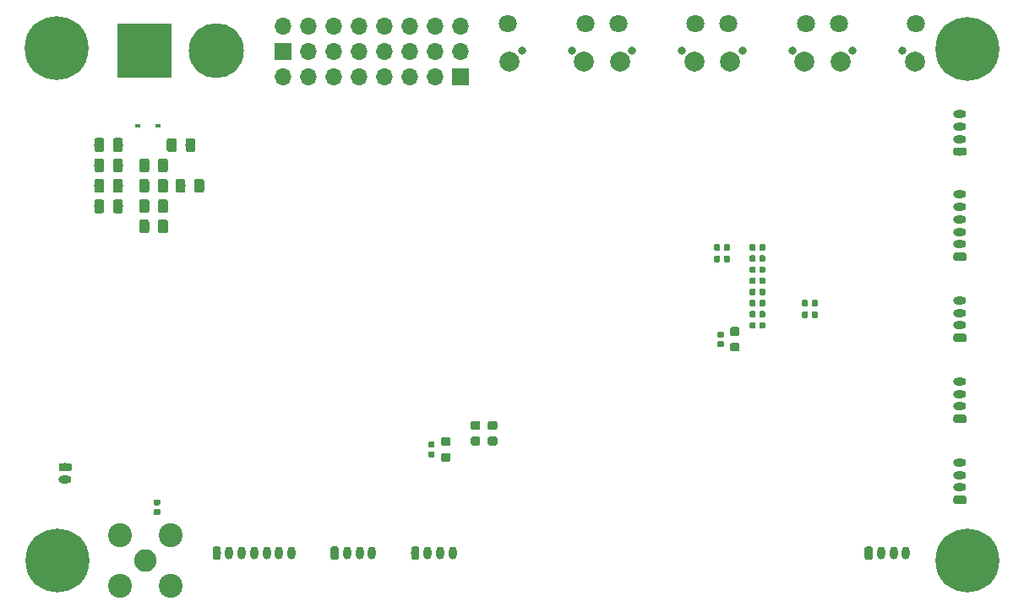
<source format=gbs>
G04 #@! TF.GenerationSoftware,KiCad,Pcbnew,(5.1.2)-2*
G04 #@! TF.CreationDate,2019-10-30T14:31:15+01:00*
G04 #@! TF.ProjectId,Hades,48616465-732e-46b6-9963-61645f706362,rev?*
G04 #@! TF.SameCoordinates,Original*
G04 #@! TF.FileFunction,Soldermask,Bot*
G04 #@! TF.FilePolarity,Negative*
%FSLAX46Y46*%
G04 Gerber Fmt 4.6, Leading zero omitted, Abs format (unit mm)*
G04 Created by KiCad (PCBNEW (5.1.2)-2) date 2019-10-30 14:31:15*
%MOMM*%
%LPD*%
G04 APERTURE LIST*
%ADD10C,6.400000*%
%ADD11C,0.800000*%
%ADD12C,0.100000*%
%ADD13O,0.800000X1.300000*%
%ADD14C,2.250000*%
%ADD15C,2.400000*%
%ADD16R,5.516000X5.516000*%
%ADD17C,5.516000*%
%ADD18C,0.975000*%
%ADD19C,0.875000*%
%ADD20C,0.590000*%
%ADD21R,0.600000X0.450000*%
%ADD22O,1.300000X0.800000*%
%ADD23R,1.700000X1.700000*%
%ADD24O,1.700000X1.700000*%
%ADD25C,1.800000*%
%ADD26C,2.000000*%
G04 APERTURE END LIST*
D10*
X29845000Y-81153000D03*
D11*
X32245000Y-81153000D03*
X31542056Y-82850056D03*
X29845000Y-83553000D03*
X28147944Y-82850056D03*
X27445000Y-81153000D03*
X28147944Y-79455944D03*
X29845000Y-78753000D03*
X31542056Y-79455944D03*
D10*
X29718000Y-29718000D03*
D11*
X32118000Y-29718000D03*
X31415056Y-31415056D03*
X29718000Y-32118000D03*
X28020944Y-31415056D03*
X27318000Y-29718000D03*
X28020944Y-28020944D03*
X29718000Y-27318000D03*
X31415056Y-28020944D03*
X122728056Y-79455944D03*
X121031000Y-78753000D03*
X119333944Y-79455944D03*
X118631000Y-81153000D03*
X119333944Y-82850056D03*
X121031000Y-83553000D03*
X122728056Y-82850056D03*
X123431000Y-81153000D03*
D10*
X121031000Y-81153000D03*
X121031000Y-29845000D03*
D11*
X123431000Y-29845000D03*
X122728056Y-31542056D03*
X121031000Y-32245000D03*
X119333944Y-31542056D03*
X118631000Y-29845000D03*
X119333944Y-28147944D03*
X121031000Y-27445000D03*
X122728056Y-28147944D03*
D12*
G36*
X111344603Y-79741963D02*
G01*
X111364018Y-79744843D01*
X111383057Y-79749612D01*
X111401537Y-79756224D01*
X111419279Y-79764616D01*
X111436114Y-79774706D01*
X111451879Y-79786398D01*
X111466421Y-79799579D01*
X111479602Y-79814121D01*
X111491294Y-79829886D01*
X111501384Y-79846721D01*
X111509776Y-79864463D01*
X111516388Y-79882943D01*
X111521157Y-79901982D01*
X111524037Y-79921397D01*
X111525000Y-79941000D01*
X111525000Y-80841000D01*
X111524037Y-80860603D01*
X111521157Y-80880018D01*
X111516388Y-80899057D01*
X111509776Y-80917537D01*
X111501384Y-80935279D01*
X111491294Y-80952114D01*
X111479602Y-80967879D01*
X111466421Y-80982421D01*
X111451879Y-80995602D01*
X111436114Y-81007294D01*
X111419279Y-81017384D01*
X111401537Y-81025776D01*
X111383057Y-81032388D01*
X111364018Y-81037157D01*
X111344603Y-81040037D01*
X111325000Y-81041000D01*
X110925000Y-81041000D01*
X110905397Y-81040037D01*
X110885982Y-81037157D01*
X110866943Y-81032388D01*
X110848463Y-81025776D01*
X110830721Y-81017384D01*
X110813886Y-81007294D01*
X110798121Y-80995602D01*
X110783579Y-80982421D01*
X110770398Y-80967879D01*
X110758706Y-80952114D01*
X110748616Y-80935279D01*
X110740224Y-80917537D01*
X110733612Y-80899057D01*
X110728843Y-80880018D01*
X110725963Y-80860603D01*
X110725000Y-80841000D01*
X110725000Y-79941000D01*
X110725963Y-79921397D01*
X110728843Y-79901982D01*
X110733612Y-79882943D01*
X110740224Y-79864463D01*
X110748616Y-79846721D01*
X110758706Y-79829886D01*
X110770398Y-79814121D01*
X110783579Y-79799579D01*
X110798121Y-79786398D01*
X110813886Y-79774706D01*
X110830721Y-79764616D01*
X110848463Y-79756224D01*
X110866943Y-79749612D01*
X110885982Y-79744843D01*
X110905397Y-79741963D01*
X110925000Y-79741000D01*
X111325000Y-79741000D01*
X111344603Y-79741963D01*
X111344603Y-79741963D01*
G37*
D11*
X111125000Y-80391000D03*
D13*
X112375000Y-80391000D03*
X113625000Y-80391000D03*
X114875000Y-80391000D03*
D14*
X38633400Y-81102200D03*
D15*
X36093400Y-78562200D03*
X41173400Y-78562200D03*
X41173400Y-83642200D03*
X36093400Y-83642200D03*
D16*
X38564000Y-29972000D03*
D17*
X45764000Y-29972000D03*
D12*
G36*
X38799442Y-46926174D02*
G01*
X38823103Y-46929684D01*
X38846307Y-46935496D01*
X38868829Y-46943554D01*
X38890453Y-46953782D01*
X38910970Y-46966079D01*
X38930183Y-46980329D01*
X38947907Y-46996393D01*
X38963971Y-47014117D01*
X38978221Y-47033330D01*
X38990518Y-47053847D01*
X39000746Y-47075471D01*
X39008804Y-47097993D01*
X39014616Y-47121197D01*
X39018126Y-47144858D01*
X39019300Y-47168750D01*
X39019300Y-48081250D01*
X39018126Y-48105142D01*
X39014616Y-48128803D01*
X39008804Y-48152007D01*
X39000746Y-48174529D01*
X38990518Y-48196153D01*
X38978221Y-48216670D01*
X38963971Y-48235883D01*
X38947907Y-48253607D01*
X38930183Y-48269671D01*
X38910970Y-48283921D01*
X38890453Y-48296218D01*
X38868829Y-48306446D01*
X38846307Y-48314504D01*
X38823103Y-48320316D01*
X38799442Y-48323826D01*
X38775550Y-48325000D01*
X38288050Y-48325000D01*
X38264158Y-48323826D01*
X38240497Y-48320316D01*
X38217293Y-48314504D01*
X38194771Y-48306446D01*
X38173147Y-48296218D01*
X38152630Y-48283921D01*
X38133417Y-48269671D01*
X38115693Y-48253607D01*
X38099629Y-48235883D01*
X38085379Y-48216670D01*
X38073082Y-48196153D01*
X38062854Y-48174529D01*
X38054796Y-48152007D01*
X38048984Y-48128803D01*
X38045474Y-48105142D01*
X38044300Y-48081250D01*
X38044300Y-47168750D01*
X38045474Y-47144858D01*
X38048984Y-47121197D01*
X38054796Y-47097993D01*
X38062854Y-47075471D01*
X38073082Y-47053847D01*
X38085379Y-47033330D01*
X38099629Y-47014117D01*
X38115693Y-46996393D01*
X38133417Y-46980329D01*
X38152630Y-46966079D01*
X38173147Y-46953782D01*
X38194771Y-46943554D01*
X38217293Y-46935496D01*
X38240497Y-46929684D01*
X38264158Y-46926174D01*
X38288050Y-46925000D01*
X38775550Y-46925000D01*
X38799442Y-46926174D01*
X38799442Y-46926174D01*
G37*
D18*
X38531800Y-47625000D03*
D12*
G36*
X40674442Y-46926174D02*
G01*
X40698103Y-46929684D01*
X40721307Y-46935496D01*
X40743829Y-46943554D01*
X40765453Y-46953782D01*
X40785970Y-46966079D01*
X40805183Y-46980329D01*
X40822907Y-46996393D01*
X40838971Y-47014117D01*
X40853221Y-47033330D01*
X40865518Y-47053847D01*
X40875746Y-47075471D01*
X40883804Y-47097993D01*
X40889616Y-47121197D01*
X40893126Y-47144858D01*
X40894300Y-47168750D01*
X40894300Y-48081250D01*
X40893126Y-48105142D01*
X40889616Y-48128803D01*
X40883804Y-48152007D01*
X40875746Y-48174529D01*
X40865518Y-48196153D01*
X40853221Y-48216670D01*
X40838971Y-48235883D01*
X40822907Y-48253607D01*
X40805183Y-48269671D01*
X40785970Y-48283921D01*
X40765453Y-48296218D01*
X40743829Y-48306446D01*
X40721307Y-48314504D01*
X40698103Y-48320316D01*
X40674442Y-48323826D01*
X40650550Y-48325000D01*
X40163050Y-48325000D01*
X40139158Y-48323826D01*
X40115497Y-48320316D01*
X40092293Y-48314504D01*
X40069771Y-48306446D01*
X40048147Y-48296218D01*
X40027630Y-48283921D01*
X40008417Y-48269671D01*
X39990693Y-48253607D01*
X39974629Y-48235883D01*
X39960379Y-48216670D01*
X39948082Y-48196153D01*
X39937854Y-48174529D01*
X39929796Y-48152007D01*
X39923984Y-48128803D01*
X39920474Y-48105142D01*
X39919300Y-48081250D01*
X39919300Y-47168750D01*
X39920474Y-47144858D01*
X39923984Y-47121197D01*
X39929796Y-47097993D01*
X39937854Y-47075471D01*
X39948082Y-47053847D01*
X39960379Y-47033330D01*
X39974629Y-47014117D01*
X39990693Y-46996393D01*
X40008417Y-46980329D01*
X40027630Y-46966079D01*
X40048147Y-46953782D01*
X40069771Y-46943554D01*
X40092293Y-46935496D01*
X40115497Y-46929684D01*
X40139158Y-46926174D01*
X40163050Y-46925000D01*
X40650550Y-46925000D01*
X40674442Y-46926174D01*
X40674442Y-46926174D01*
G37*
D18*
X40406800Y-47625000D03*
D12*
G36*
X40676742Y-44894174D02*
G01*
X40700403Y-44897684D01*
X40723607Y-44903496D01*
X40746129Y-44911554D01*
X40767753Y-44921782D01*
X40788270Y-44934079D01*
X40807483Y-44948329D01*
X40825207Y-44964393D01*
X40841271Y-44982117D01*
X40855521Y-45001330D01*
X40867818Y-45021847D01*
X40878046Y-45043471D01*
X40886104Y-45065993D01*
X40891916Y-45089197D01*
X40895426Y-45112858D01*
X40896600Y-45136750D01*
X40896600Y-46049250D01*
X40895426Y-46073142D01*
X40891916Y-46096803D01*
X40886104Y-46120007D01*
X40878046Y-46142529D01*
X40867818Y-46164153D01*
X40855521Y-46184670D01*
X40841271Y-46203883D01*
X40825207Y-46221607D01*
X40807483Y-46237671D01*
X40788270Y-46251921D01*
X40767753Y-46264218D01*
X40746129Y-46274446D01*
X40723607Y-46282504D01*
X40700403Y-46288316D01*
X40676742Y-46291826D01*
X40652850Y-46293000D01*
X40165350Y-46293000D01*
X40141458Y-46291826D01*
X40117797Y-46288316D01*
X40094593Y-46282504D01*
X40072071Y-46274446D01*
X40050447Y-46264218D01*
X40029930Y-46251921D01*
X40010717Y-46237671D01*
X39992993Y-46221607D01*
X39976929Y-46203883D01*
X39962679Y-46184670D01*
X39950382Y-46164153D01*
X39940154Y-46142529D01*
X39932096Y-46120007D01*
X39926284Y-46096803D01*
X39922774Y-46073142D01*
X39921600Y-46049250D01*
X39921600Y-45136750D01*
X39922774Y-45112858D01*
X39926284Y-45089197D01*
X39932096Y-45065993D01*
X39940154Y-45043471D01*
X39950382Y-45021847D01*
X39962679Y-45001330D01*
X39976929Y-44982117D01*
X39992993Y-44964393D01*
X40010717Y-44948329D01*
X40029930Y-44934079D01*
X40050447Y-44921782D01*
X40072071Y-44911554D01*
X40094593Y-44903496D01*
X40117797Y-44897684D01*
X40141458Y-44894174D01*
X40165350Y-44893000D01*
X40652850Y-44893000D01*
X40676742Y-44894174D01*
X40676742Y-44894174D01*
G37*
D18*
X40409100Y-45593000D03*
D12*
G36*
X38801742Y-44894174D02*
G01*
X38825403Y-44897684D01*
X38848607Y-44903496D01*
X38871129Y-44911554D01*
X38892753Y-44921782D01*
X38913270Y-44934079D01*
X38932483Y-44948329D01*
X38950207Y-44964393D01*
X38966271Y-44982117D01*
X38980521Y-45001330D01*
X38992818Y-45021847D01*
X39003046Y-45043471D01*
X39011104Y-45065993D01*
X39016916Y-45089197D01*
X39020426Y-45112858D01*
X39021600Y-45136750D01*
X39021600Y-46049250D01*
X39020426Y-46073142D01*
X39016916Y-46096803D01*
X39011104Y-46120007D01*
X39003046Y-46142529D01*
X38992818Y-46164153D01*
X38980521Y-46184670D01*
X38966271Y-46203883D01*
X38950207Y-46221607D01*
X38932483Y-46237671D01*
X38913270Y-46251921D01*
X38892753Y-46264218D01*
X38871129Y-46274446D01*
X38848607Y-46282504D01*
X38825403Y-46288316D01*
X38801742Y-46291826D01*
X38777850Y-46293000D01*
X38290350Y-46293000D01*
X38266458Y-46291826D01*
X38242797Y-46288316D01*
X38219593Y-46282504D01*
X38197071Y-46274446D01*
X38175447Y-46264218D01*
X38154930Y-46251921D01*
X38135717Y-46237671D01*
X38117993Y-46221607D01*
X38101929Y-46203883D01*
X38087679Y-46184670D01*
X38075382Y-46164153D01*
X38065154Y-46142529D01*
X38057096Y-46120007D01*
X38051284Y-46096803D01*
X38047774Y-46073142D01*
X38046600Y-46049250D01*
X38046600Y-45136750D01*
X38047774Y-45112858D01*
X38051284Y-45089197D01*
X38057096Y-45065993D01*
X38065154Y-45043471D01*
X38075382Y-45021847D01*
X38087679Y-45001330D01*
X38101929Y-44982117D01*
X38117993Y-44964393D01*
X38135717Y-44948329D01*
X38154930Y-44934079D01*
X38175447Y-44921782D01*
X38197071Y-44911554D01*
X38219593Y-44903496D01*
X38242797Y-44897684D01*
X38266458Y-44894174D01*
X38290350Y-44893000D01*
X38777850Y-44893000D01*
X38801742Y-44894174D01*
X38801742Y-44894174D01*
G37*
D18*
X38534100Y-45593000D03*
D12*
G36*
X41547242Y-38772774D02*
G01*
X41570903Y-38776284D01*
X41594107Y-38782096D01*
X41616629Y-38790154D01*
X41638253Y-38800382D01*
X41658770Y-38812679D01*
X41677983Y-38826929D01*
X41695707Y-38842993D01*
X41711771Y-38860717D01*
X41726021Y-38879930D01*
X41738318Y-38900447D01*
X41748546Y-38922071D01*
X41756604Y-38944593D01*
X41762416Y-38967797D01*
X41765926Y-38991458D01*
X41767100Y-39015350D01*
X41767100Y-39927850D01*
X41765926Y-39951742D01*
X41762416Y-39975403D01*
X41756604Y-39998607D01*
X41748546Y-40021129D01*
X41738318Y-40042753D01*
X41726021Y-40063270D01*
X41711771Y-40082483D01*
X41695707Y-40100207D01*
X41677983Y-40116271D01*
X41658770Y-40130521D01*
X41638253Y-40142818D01*
X41616629Y-40153046D01*
X41594107Y-40161104D01*
X41570903Y-40166916D01*
X41547242Y-40170426D01*
X41523350Y-40171600D01*
X41035850Y-40171600D01*
X41011958Y-40170426D01*
X40988297Y-40166916D01*
X40965093Y-40161104D01*
X40942571Y-40153046D01*
X40920947Y-40142818D01*
X40900430Y-40130521D01*
X40881217Y-40116271D01*
X40863493Y-40100207D01*
X40847429Y-40082483D01*
X40833179Y-40063270D01*
X40820882Y-40042753D01*
X40810654Y-40021129D01*
X40802596Y-39998607D01*
X40796784Y-39975403D01*
X40793274Y-39951742D01*
X40792100Y-39927850D01*
X40792100Y-39015350D01*
X40793274Y-38991458D01*
X40796784Y-38967797D01*
X40802596Y-38944593D01*
X40810654Y-38922071D01*
X40820882Y-38900447D01*
X40833179Y-38879930D01*
X40847429Y-38860717D01*
X40863493Y-38842993D01*
X40881217Y-38826929D01*
X40900430Y-38812679D01*
X40920947Y-38800382D01*
X40942571Y-38790154D01*
X40965093Y-38782096D01*
X40988297Y-38776284D01*
X41011958Y-38772774D01*
X41035850Y-38771600D01*
X41523350Y-38771600D01*
X41547242Y-38772774D01*
X41547242Y-38772774D01*
G37*
D18*
X41279600Y-39471600D03*
D12*
G36*
X43422242Y-38772774D02*
G01*
X43445903Y-38776284D01*
X43469107Y-38782096D01*
X43491629Y-38790154D01*
X43513253Y-38800382D01*
X43533770Y-38812679D01*
X43552983Y-38826929D01*
X43570707Y-38842993D01*
X43586771Y-38860717D01*
X43601021Y-38879930D01*
X43613318Y-38900447D01*
X43623546Y-38922071D01*
X43631604Y-38944593D01*
X43637416Y-38967797D01*
X43640926Y-38991458D01*
X43642100Y-39015350D01*
X43642100Y-39927850D01*
X43640926Y-39951742D01*
X43637416Y-39975403D01*
X43631604Y-39998607D01*
X43623546Y-40021129D01*
X43613318Y-40042753D01*
X43601021Y-40063270D01*
X43586771Y-40082483D01*
X43570707Y-40100207D01*
X43552983Y-40116271D01*
X43533770Y-40130521D01*
X43513253Y-40142818D01*
X43491629Y-40153046D01*
X43469107Y-40161104D01*
X43445903Y-40166916D01*
X43422242Y-40170426D01*
X43398350Y-40171600D01*
X42910850Y-40171600D01*
X42886958Y-40170426D01*
X42863297Y-40166916D01*
X42840093Y-40161104D01*
X42817571Y-40153046D01*
X42795947Y-40142818D01*
X42775430Y-40130521D01*
X42756217Y-40116271D01*
X42738493Y-40100207D01*
X42722429Y-40082483D01*
X42708179Y-40063270D01*
X42695882Y-40042753D01*
X42685654Y-40021129D01*
X42677596Y-39998607D01*
X42671784Y-39975403D01*
X42668274Y-39951742D01*
X42667100Y-39927850D01*
X42667100Y-39015350D01*
X42668274Y-38991458D01*
X42671784Y-38967797D01*
X42677596Y-38944593D01*
X42685654Y-38922071D01*
X42695882Y-38900447D01*
X42708179Y-38879930D01*
X42722429Y-38860717D01*
X42738493Y-38842993D01*
X42756217Y-38826929D01*
X42775430Y-38812679D01*
X42795947Y-38800382D01*
X42817571Y-38790154D01*
X42840093Y-38782096D01*
X42863297Y-38776284D01*
X42886958Y-38772774D01*
X42910850Y-38771600D01*
X43398350Y-38771600D01*
X43422242Y-38772774D01*
X43422242Y-38772774D01*
G37*
D18*
X43154600Y-39471600D03*
D12*
G36*
X44308942Y-42862174D02*
G01*
X44332603Y-42865684D01*
X44355807Y-42871496D01*
X44378329Y-42879554D01*
X44399953Y-42889782D01*
X44420470Y-42902079D01*
X44439683Y-42916329D01*
X44457407Y-42932393D01*
X44473471Y-42950117D01*
X44487721Y-42969330D01*
X44500018Y-42989847D01*
X44510246Y-43011471D01*
X44518304Y-43033993D01*
X44524116Y-43057197D01*
X44527626Y-43080858D01*
X44528800Y-43104750D01*
X44528800Y-44017250D01*
X44527626Y-44041142D01*
X44524116Y-44064803D01*
X44518304Y-44088007D01*
X44510246Y-44110529D01*
X44500018Y-44132153D01*
X44487721Y-44152670D01*
X44473471Y-44171883D01*
X44457407Y-44189607D01*
X44439683Y-44205671D01*
X44420470Y-44219921D01*
X44399953Y-44232218D01*
X44378329Y-44242446D01*
X44355807Y-44250504D01*
X44332603Y-44256316D01*
X44308942Y-44259826D01*
X44285050Y-44261000D01*
X43797550Y-44261000D01*
X43773658Y-44259826D01*
X43749997Y-44256316D01*
X43726793Y-44250504D01*
X43704271Y-44242446D01*
X43682647Y-44232218D01*
X43662130Y-44219921D01*
X43642917Y-44205671D01*
X43625193Y-44189607D01*
X43609129Y-44171883D01*
X43594879Y-44152670D01*
X43582582Y-44132153D01*
X43572354Y-44110529D01*
X43564296Y-44088007D01*
X43558484Y-44064803D01*
X43554974Y-44041142D01*
X43553800Y-44017250D01*
X43553800Y-43104750D01*
X43554974Y-43080858D01*
X43558484Y-43057197D01*
X43564296Y-43033993D01*
X43572354Y-43011471D01*
X43582582Y-42989847D01*
X43594879Y-42969330D01*
X43609129Y-42950117D01*
X43625193Y-42932393D01*
X43642917Y-42916329D01*
X43662130Y-42902079D01*
X43682647Y-42889782D01*
X43704271Y-42879554D01*
X43726793Y-42871496D01*
X43749997Y-42865684D01*
X43773658Y-42862174D01*
X43797550Y-42861000D01*
X44285050Y-42861000D01*
X44308942Y-42862174D01*
X44308942Y-42862174D01*
G37*
D18*
X44041300Y-43561000D03*
D12*
G36*
X42433942Y-42862174D02*
G01*
X42457603Y-42865684D01*
X42480807Y-42871496D01*
X42503329Y-42879554D01*
X42524953Y-42889782D01*
X42545470Y-42902079D01*
X42564683Y-42916329D01*
X42582407Y-42932393D01*
X42598471Y-42950117D01*
X42612721Y-42969330D01*
X42625018Y-42989847D01*
X42635246Y-43011471D01*
X42643304Y-43033993D01*
X42649116Y-43057197D01*
X42652626Y-43080858D01*
X42653800Y-43104750D01*
X42653800Y-44017250D01*
X42652626Y-44041142D01*
X42649116Y-44064803D01*
X42643304Y-44088007D01*
X42635246Y-44110529D01*
X42625018Y-44132153D01*
X42612721Y-44152670D01*
X42598471Y-44171883D01*
X42582407Y-44189607D01*
X42564683Y-44205671D01*
X42545470Y-44219921D01*
X42524953Y-44232218D01*
X42503329Y-44242446D01*
X42480807Y-44250504D01*
X42457603Y-44256316D01*
X42433942Y-44259826D01*
X42410050Y-44261000D01*
X41922550Y-44261000D01*
X41898658Y-44259826D01*
X41874997Y-44256316D01*
X41851793Y-44250504D01*
X41829271Y-44242446D01*
X41807647Y-44232218D01*
X41787130Y-44219921D01*
X41767917Y-44205671D01*
X41750193Y-44189607D01*
X41734129Y-44171883D01*
X41719879Y-44152670D01*
X41707582Y-44132153D01*
X41697354Y-44110529D01*
X41689296Y-44088007D01*
X41683484Y-44064803D01*
X41679974Y-44041142D01*
X41678800Y-44017250D01*
X41678800Y-43104750D01*
X41679974Y-43080858D01*
X41683484Y-43057197D01*
X41689296Y-43033993D01*
X41697354Y-43011471D01*
X41707582Y-42989847D01*
X41719879Y-42969330D01*
X41734129Y-42950117D01*
X41750193Y-42932393D01*
X41767917Y-42916329D01*
X41787130Y-42902079D01*
X41807647Y-42889782D01*
X41829271Y-42879554D01*
X41851793Y-42871496D01*
X41874997Y-42865684D01*
X41898658Y-42862174D01*
X41922550Y-42861000D01*
X42410050Y-42861000D01*
X42433942Y-42862174D01*
X42433942Y-42862174D01*
G37*
D18*
X42166300Y-43561000D03*
D12*
G36*
X34282842Y-42862174D02*
G01*
X34306503Y-42865684D01*
X34329707Y-42871496D01*
X34352229Y-42879554D01*
X34373853Y-42889782D01*
X34394370Y-42902079D01*
X34413583Y-42916329D01*
X34431307Y-42932393D01*
X34447371Y-42950117D01*
X34461621Y-42969330D01*
X34473918Y-42989847D01*
X34484146Y-43011471D01*
X34492204Y-43033993D01*
X34498016Y-43057197D01*
X34501526Y-43080858D01*
X34502700Y-43104750D01*
X34502700Y-44017250D01*
X34501526Y-44041142D01*
X34498016Y-44064803D01*
X34492204Y-44088007D01*
X34484146Y-44110529D01*
X34473918Y-44132153D01*
X34461621Y-44152670D01*
X34447371Y-44171883D01*
X34431307Y-44189607D01*
X34413583Y-44205671D01*
X34394370Y-44219921D01*
X34373853Y-44232218D01*
X34352229Y-44242446D01*
X34329707Y-44250504D01*
X34306503Y-44256316D01*
X34282842Y-44259826D01*
X34258950Y-44261000D01*
X33771450Y-44261000D01*
X33747558Y-44259826D01*
X33723897Y-44256316D01*
X33700693Y-44250504D01*
X33678171Y-44242446D01*
X33656547Y-44232218D01*
X33636030Y-44219921D01*
X33616817Y-44205671D01*
X33599093Y-44189607D01*
X33583029Y-44171883D01*
X33568779Y-44152670D01*
X33556482Y-44132153D01*
X33546254Y-44110529D01*
X33538196Y-44088007D01*
X33532384Y-44064803D01*
X33528874Y-44041142D01*
X33527700Y-44017250D01*
X33527700Y-43104750D01*
X33528874Y-43080858D01*
X33532384Y-43057197D01*
X33538196Y-43033993D01*
X33546254Y-43011471D01*
X33556482Y-42989847D01*
X33568779Y-42969330D01*
X33583029Y-42950117D01*
X33599093Y-42932393D01*
X33616817Y-42916329D01*
X33636030Y-42902079D01*
X33656547Y-42889782D01*
X33678171Y-42879554D01*
X33700693Y-42871496D01*
X33723897Y-42865684D01*
X33747558Y-42862174D01*
X33771450Y-42861000D01*
X34258950Y-42861000D01*
X34282842Y-42862174D01*
X34282842Y-42862174D01*
G37*
D18*
X34015200Y-43561000D03*
D12*
G36*
X36157842Y-42862174D02*
G01*
X36181503Y-42865684D01*
X36204707Y-42871496D01*
X36227229Y-42879554D01*
X36248853Y-42889782D01*
X36269370Y-42902079D01*
X36288583Y-42916329D01*
X36306307Y-42932393D01*
X36322371Y-42950117D01*
X36336621Y-42969330D01*
X36348918Y-42989847D01*
X36359146Y-43011471D01*
X36367204Y-43033993D01*
X36373016Y-43057197D01*
X36376526Y-43080858D01*
X36377700Y-43104750D01*
X36377700Y-44017250D01*
X36376526Y-44041142D01*
X36373016Y-44064803D01*
X36367204Y-44088007D01*
X36359146Y-44110529D01*
X36348918Y-44132153D01*
X36336621Y-44152670D01*
X36322371Y-44171883D01*
X36306307Y-44189607D01*
X36288583Y-44205671D01*
X36269370Y-44219921D01*
X36248853Y-44232218D01*
X36227229Y-44242446D01*
X36204707Y-44250504D01*
X36181503Y-44256316D01*
X36157842Y-44259826D01*
X36133950Y-44261000D01*
X35646450Y-44261000D01*
X35622558Y-44259826D01*
X35598897Y-44256316D01*
X35575693Y-44250504D01*
X35553171Y-44242446D01*
X35531547Y-44232218D01*
X35511030Y-44219921D01*
X35491817Y-44205671D01*
X35474093Y-44189607D01*
X35458029Y-44171883D01*
X35443779Y-44152670D01*
X35431482Y-44132153D01*
X35421254Y-44110529D01*
X35413196Y-44088007D01*
X35407384Y-44064803D01*
X35403874Y-44041142D01*
X35402700Y-44017250D01*
X35402700Y-43104750D01*
X35403874Y-43080858D01*
X35407384Y-43057197D01*
X35413196Y-43033993D01*
X35421254Y-43011471D01*
X35431482Y-42989847D01*
X35443779Y-42969330D01*
X35458029Y-42950117D01*
X35474093Y-42932393D01*
X35491817Y-42916329D01*
X35511030Y-42902079D01*
X35531547Y-42889782D01*
X35553171Y-42879554D01*
X35575693Y-42871496D01*
X35598897Y-42865684D01*
X35622558Y-42862174D01*
X35646450Y-42861000D01*
X36133950Y-42861000D01*
X36157842Y-42862174D01*
X36157842Y-42862174D01*
G37*
D18*
X35890200Y-43561000D03*
D12*
G36*
X97991491Y-59304453D02*
G01*
X98012726Y-59307603D01*
X98033550Y-59312819D01*
X98053762Y-59320051D01*
X98073168Y-59329230D01*
X98091581Y-59340266D01*
X98108824Y-59353054D01*
X98124730Y-59367470D01*
X98139146Y-59383376D01*
X98151934Y-59400619D01*
X98162970Y-59419032D01*
X98172149Y-59438438D01*
X98179381Y-59458650D01*
X98184597Y-59479474D01*
X98187747Y-59500709D01*
X98188800Y-59522150D01*
X98188800Y-59959650D01*
X98187747Y-59981091D01*
X98184597Y-60002326D01*
X98179381Y-60023150D01*
X98172149Y-60043362D01*
X98162970Y-60062768D01*
X98151934Y-60081181D01*
X98139146Y-60098424D01*
X98124730Y-60114330D01*
X98108824Y-60128746D01*
X98091581Y-60141534D01*
X98073168Y-60152570D01*
X98053762Y-60161749D01*
X98033550Y-60168981D01*
X98012726Y-60174197D01*
X97991491Y-60177347D01*
X97970050Y-60178400D01*
X97457550Y-60178400D01*
X97436109Y-60177347D01*
X97414874Y-60174197D01*
X97394050Y-60168981D01*
X97373838Y-60161749D01*
X97354432Y-60152570D01*
X97336019Y-60141534D01*
X97318776Y-60128746D01*
X97302870Y-60114330D01*
X97288454Y-60098424D01*
X97275666Y-60081181D01*
X97264630Y-60062768D01*
X97255451Y-60043362D01*
X97248219Y-60023150D01*
X97243003Y-60002326D01*
X97239853Y-59981091D01*
X97238800Y-59959650D01*
X97238800Y-59522150D01*
X97239853Y-59500709D01*
X97243003Y-59479474D01*
X97248219Y-59458650D01*
X97255451Y-59438438D01*
X97264630Y-59419032D01*
X97275666Y-59400619D01*
X97288454Y-59383376D01*
X97302870Y-59367470D01*
X97318776Y-59353054D01*
X97336019Y-59340266D01*
X97354432Y-59329230D01*
X97373838Y-59320051D01*
X97394050Y-59312819D01*
X97414874Y-59307603D01*
X97436109Y-59304453D01*
X97457550Y-59303400D01*
X97970050Y-59303400D01*
X97991491Y-59304453D01*
X97991491Y-59304453D01*
G37*
D19*
X97713800Y-59740900D03*
D12*
G36*
X97991491Y-57729453D02*
G01*
X98012726Y-57732603D01*
X98033550Y-57737819D01*
X98053762Y-57745051D01*
X98073168Y-57754230D01*
X98091581Y-57765266D01*
X98108824Y-57778054D01*
X98124730Y-57792470D01*
X98139146Y-57808376D01*
X98151934Y-57825619D01*
X98162970Y-57844032D01*
X98172149Y-57863438D01*
X98179381Y-57883650D01*
X98184597Y-57904474D01*
X98187747Y-57925709D01*
X98188800Y-57947150D01*
X98188800Y-58384650D01*
X98187747Y-58406091D01*
X98184597Y-58427326D01*
X98179381Y-58448150D01*
X98172149Y-58468362D01*
X98162970Y-58487768D01*
X98151934Y-58506181D01*
X98139146Y-58523424D01*
X98124730Y-58539330D01*
X98108824Y-58553746D01*
X98091581Y-58566534D01*
X98073168Y-58577570D01*
X98053762Y-58586749D01*
X98033550Y-58593981D01*
X98012726Y-58599197D01*
X97991491Y-58602347D01*
X97970050Y-58603400D01*
X97457550Y-58603400D01*
X97436109Y-58602347D01*
X97414874Y-58599197D01*
X97394050Y-58593981D01*
X97373838Y-58586749D01*
X97354432Y-58577570D01*
X97336019Y-58566534D01*
X97318776Y-58553746D01*
X97302870Y-58539330D01*
X97288454Y-58523424D01*
X97275666Y-58506181D01*
X97264630Y-58487768D01*
X97255451Y-58468362D01*
X97248219Y-58448150D01*
X97243003Y-58427326D01*
X97239853Y-58406091D01*
X97238800Y-58384650D01*
X97238800Y-57947150D01*
X97239853Y-57925709D01*
X97243003Y-57904474D01*
X97248219Y-57883650D01*
X97255451Y-57863438D01*
X97264630Y-57844032D01*
X97275666Y-57825619D01*
X97288454Y-57808376D01*
X97302870Y-57792470D01*
X97318776Y-57778054D01*
X97336019Y-57765266D01*
X97354432Y-57754230D01*
X97373838Y-57745051D01*
X97394050Y-57737819D01*
X97414874Y-57732603D01*
X97436109Y-57729453D01*
X97457550Y-57728400D01*
X97970050Y-57728400D01*
X97991491Y-57729453D01*
X97991491Y-57729453D01*
G37*
D19*
X97713800Y-58165900D03*
D12*
G36*
X96478358Y-58174110D02*
G01*
X96492676Y-58176234D01*
X96506717Y-58179751D01*
X96520346Y-58184628D01*
X96533431Y-58190817D01*
X96545847Y-58198258D01*
X96557473Y-58206881D01*
X96568198Y-58216602D01*
X96577919Y-58227327D01*
X96586542Y-58238953D01*
X96593983Y-58251369D01*
X96600172Y-58264454D01*
X96605049Y-58278083D01*
X96608566Y-58292124D01*
X96610690Y-58306442D01*
X96611400Y-58320900D01*
X96611400Y-58615900D01*
X96610690Y-58630358D01*
X96608566Y-58644676D01*
X96605049Y-58658717D01*
X96600172Y-58672346D01*
X96593983Y-58685431D01*
X96586542Y-58697847D01*
X96577919Y-58709473D01*
X96568198Y-58720198D01*
X96557473Y-58729919D01*
X96545847Y-58738542D01*
X96533431Y-58745983D01*
X96520346Y-58752172D01*
X96506717Y-58757049D01*
X96492676Y-58760566D01*
X96478358Y-58762690D01*
X96463900Y-58763400D01*
X96118900Y-58763400D01*
X96104442Y-58762690D01*
X96090124Y-58760566D01*
X96076083Y-58757049D01*
X96062454Y-58752172D01*
X96049369Y-58745983D01*
X96036953Y-58738542D01*
X96025327Y-58729919D01*
X96014602Y-58720198D01*
X96004881Y-58709473D01*
X95996258Y-58697847D01*
X95988817Y-58685431D01*
X95982628Y-58672346D01*
X95977751Y-58658717D01*
X95974234Y-58644676D01*
X95972110Y-58630358D01*
X95971400Y-58615900D01*
X95971400Y-58320900D01*
X95972110Y-58306442D01*
X95974234Y-58292124D01*
X95977751Y-58278083D01*
X95982628Y-58264454D01*
X95988817Y-58251369D01*
X95996258Y-58238953D01*
X96004881Y-58227327D01*
X96014602Y-58216602D01*
X96025327Y-58206881D01*
X96036953Y-58198258D01*
X96049369Y-58190817D01*
X96062454Y-58184628D01*
X96076083Y-58179751D01*
X96090124Y-58176234D01*
X96104442Y-58174110D01*
X96118900Y-58173400D01*
X96463900Y-58173400D01*
X96478358Y-58174110D01*
X96478358Y-58174110D01*
G37*
D20*
X96291400Y-58468400D03*
D12*
G36*
X96478358Y-59144110D02*
G01*
X96492676Y-59146234D01*
X96506717Y-59149751D01*
X96520346Y-59154628D01*
X96533431Y-59160817D01*
X96545847Y-59168258D01*
X96557473Y-59176881D01*
X96568198Y-59186602D01*
X96577919Y-59197327D01*
X96586542Y-59208953D01*
X96593983Y-59221369D01*
X96600172Y-59234454D01*
X96605049Y-59248083D01*
X96608566Y-59262124D01*
X96610690Y-59276442D01*
X96611400Y-59290900D01*
X96611400Y-59585900D01*
X96610690Y-59600358D01*
X96608566Y-59614676D01*
X96605049Y-59628717D01*
X96600172Y-59642346D01*
X96593983Y-59655431D01*
X96586542Y-59667847D01*
X96577919Y-59679473D01*
X96568198Y-59690198D01*
X96557473Y-59699919D01*
X96545847Y-59708542D01*
X96533431Y-59715983D01*
X96520346Y-59722172D01*
X96506717Y-59727049D01*
X96492676Y-59730566D01*
X96478358Y-59732690D01*
X96463900Y-59733400D01*
X96118900Y-59733400D01*
X96104442Y-59732690D01*
X96090124Y-59730566D01*
X96076083Y-59727049D01*
X96062454Y-59722172D01*
X96049369Y-59715983D01*
X96036953Y-59708542D01*
X96025327Y-59699919D01*
X96014602Y-59690198D01*
X96004881Y-59679473D01*
X95996258Y-59667847D01*
X95988817Y-59655431D01*
X95982628Y-59642346D01*
X95977751Y-59628717D01*
X95974234Y-59614676D01*
X95972110Y-59600358D01*
X95971400Y-59585900D01*
X95971400Y-59290900D01*
X95972110Y-59276442D01*
X95974234Y-59262124D01*
X95977751Y-59248083D01*
X95982628Y-59234454D01*
X95988817Y-59221369D01*
X95996258Y-59208953D01*
X96004881Y-59197327D01*
X96014602Y-59186602D01*
X96025327Y-59176881D01*
X96036953Y-59168258D01*
X96049369Y-59160817D01*
X96062454Y-59154628D01*
X96076083Y-59149751D01*
X96090124Y-59146234D01*
X96104442Y-59144110D01*
X96118900Y-59143400D01*
X96463900Y-59143400D01*
X96478358Y-59144110D01*
X96478358Y-59144110D01*
G37*
D20*
X96291400Y-59438400D03*
D12*
G36*
X69035491Y-68778453D02*
G01*
X69056726Y-68781603D01*
X69077550Y-68786819D01*
X69097762Y-68794051D01*
X69117168Y-68803230D01*
X69135581Y-68814266D01*
X69152824Y-68827054D01*
X69168730Y-68841470D01*
X69183146Y-68857376D01*
X69195934Y-68874619D01*
X69206970Y-68893032D01*
X69216149Y-68912438D01*
X69223381Y-68932650D01*
X69228597Y-68953474D01*
X69231747Y-68974709D01*
X69232800Y-68996150D01*
X69232800Y-69433650D01*
X69231747Y-69455091D01*
X69228597Y-69476326D01*
X69223381Y-69497150D01*
X69216149Y-69517362D01*
X69206970Y-69536768D01*
X69195934Y-69555181D01*
X69183146Y-69572424D01*
X69168730Y-69588330D01*
X69152824Y-69602746D01*
X69135581Y-69615534D01*
X69117168Y-69626570D01*
X69097762Y-69635749D01*
X69077550Y-69642981D01*
X69056726Y-69648197D01*
X69035491Y-69651347D01*
X69014050Y-69652400D01*
X68501550Y-69652400D01*
X68480109Y-69651347D01*
X68458874Y-69648197D01*
X68438050Y-69642981D01*
X68417838Y-69635749D01*
X68398432Y-69626570D01*
X68380019Y-69615534D01*
X68362776Y-69602746D01*
X68346870Y-69588330D01*
X68332454Y-69572424D01*
X68319666Y-69555181D01*
X68308630Y-69536768D01*
X68299451Y-69517362D01*
X68292219Y-69497150D01*
X68287003Y-69476326D01*
X68283853Y-69455091D01*
X68282800Y-69433650D01*
X68282800Y-68996150D01*
X68283853Y-68974709D01*
X68287003Y-68953474D01*
X68292219Y-68932650D01*
X68299451Y-68912438D01*
X68308630Y-68893032D01*
X68319666Y-68874619D01*
X68332454Y-68857376D01*
X68346870Y-68841470D01*
X68362776Y-68827054D01*
X68380019Y-68814266D01*
X68398432Y-68803230D01*
X68417838Y-68794051D01*
X68438050Y-68786819D01*
X68458874Y-68781603D01*
X68480109Y-68778453D01*
X68501550Y-68777400D01*
X69014050Y-68777400D01*
X69035491Y-68778453D01*
X69035491Y-68778453D01*
G37*
D19*
X68757800Y-69214900D03*
D12*
G36*
X69035491Y-70353453D02*
G01*
X69056726Y-70356603D01*
X69077550Y-70361819D01*
X69097762Y-70369051D01*
X69117168Y-70378230D01*
X69135581Y-70389266D01*
X69152824Y-70402054D01*
X69168730Y-70416470D01*
X69183146Y-70432376D01*
X69195934Y-70449619D01*
X69206970Y-70468032D01*
X69216149Y-70487438D01*
X69223381Y-70507650D01*
X69228597Y-70528474D01*
X69231747Y-70549709D01*
X69232800Y-70571150D01*
X69232800Y-71008650D01*
X69231747Y-71030091D01*
X69228597Y-71051326D01*
X69223381Y-71072150D01*
X69216149Y-71092362D01*
X69206970Y-71111768D01*
X69195934Y-71130181D01*
X69183146Y-71147424D01*
X69168730Y-71163330D01*
X69152824Y-71177746D01*
X69135581Y-71190534D01*
X69117168Y-71201570D01*
X69097762Y-71210749D01*
X69077550Y-71217981D01*
X69056726Y-71223197D01*
X69035491Y-71226347D01*
X69014050Y-71227400D01*
X68501550Y-71227400D01*
X68480109Y-71226347D01*
X68458874Y-71223197D01*
X68438050Y-71217981D01*
X68417838Y-71210749D01*
X68398432Y-71201570D01*
X68380019Y-71190534D01*
X68362776Y-71177746D01*
X68346870Y-71163330D01*
X68332454Y-71147424D01*
X68319666Y-71130181D01*
X68308630Y-71111768D01*
X68299451Y-71092362D01*
X68292219Y-71072150D01*
X68287003Y-71051326D01*
X68283853Y-71030091D01*
X68282800Y-71008650D01*
X68282800Y-70571150D01*
X68283853Y-70549709D01*
X68287003Y-70528474D01*
X68292219Y-70507650D01*
X68299451Y-70487438D01*
X68308630Y-70468032D01*
X68319666Y-70449619D01*
X68332454Y-70432376D01*
X68346870Y-70416470D01*
X68362776Y-70402054D01*
X68380019Y-70389266D01*
X68398432Y-70378230D01*
X68417838Y-70369051D01*
X68438050Y-70361819D01*
X68458874Y-70356603D01*
X68480109Y-70353453D01*
X68501550Y-70352400D01*
X69014050Y-70352400D01*
X69035491Y-70353453D01*
X69035491Y-70353453D01*
G37*
D19*
X68757800Y-70789900D03*
D12*
G36*
X67496958Y-70193110D02*
G01*
X67511276Y-70195234D01*
X67525317Y-70198751D01*
X67538946Y-70203628D01*
X67552031Y-70209817D01*
X67564447Y-70217258D01*
X67576073Y-70225881D01*
X67586798Y-70235602D01*
X67596519Y-70246327D01*
X67605142Y-70257953D01*
X67612583Y-70270369D01*
X67618772Y-70283454D01*
X67623649Y-70297083D01*
X67627166Y-70311124D01*
X67629290Y-70325442D01*
X67630000Y-70339900D01*
X67630000Y-70634900D01*
X67629290Y-70649358D01*
X67627166Y-70663676D01*
X67623649Y-70677717D01*
X67618772Y-70691346D01*
X67612583Y-70704431D01*
X67605142Y-70716847D01*
X67596519Y-70728473D01*
X67586798Y-70739198D01*
X67576073Y-70748919D01*
X67564447Y-70757542D01*
X67552031Y-70764983D01*
X67538946Y-70771172D01*
X67525317Y-70776049D01*
X67511276Y-70779566D01*
X67496958Y-70781690D01*
X67482500Y-70782400D01*
X67137500Y-70782400D01*
X67123042Y-70781690D01*
X67108724Y-70779566D01*
X67094683Y-70776049D01*
X67081054Y-70771172D01*
X67067969Y-70764983D01*
X67055553Y-70757542D01*
X67043927Y-70748919D01*
X67033202Y-70739198D01*
X67023481Y-70728473D01*
X67014858Y-70716847D01*
X67007417Y-70704431D01*
X67001228Y-70691346D01*
X66996351Y-70677717D01*
X66992834Y-70663676D01*
X66990710Y-70649358D01*
X66990000Y-70634900D01*
X66990000Y-70339900D01*
X66990710Y-70325442D01*
X66992834Y-70311124D01*
X66996351Y-70297083D01*
X67001228Y-70283454D01*
X67007417Y-70270369D01*
X67014858Y-70257953D01*
X67023481Y-70246327D01*
X67033202Y-70235602D01*
X67043927Y-70225881D01*
X67055553Y-70217258D01*
X67067969Y-70209817D01*
X67081054Y-70203628D01*
X67094683Y-70198751D01*
X67108724Y-70195234D01*
X67123042Y-70193110D01*
X67137500Y-70192400D01*
X67482500Y-70192400D01*
X67496958Y-70193110D01*
X67496958Y-70193110D01*
G37*
D20*
X67310000Y-70487400D03*
D12*
G36*
X67496958Y-69223110D02*
G01*
X67511276Y-69225234D01*
X67525317Y-69228751D01*
X67538946Y-69233628D01*
X67552031Y-69239817D01*
X67564447Y-69247258D01*
X67576073Y-69255881D01*
X67586798Y-69265602D01*
X67596519Y-69276327D01*
X67605142Y-69287953D01*
X67612583Y-69300369D01*
X67618772Y-69313454D01*
X67623649Y-69327083D01*
X67627166Y-69341124D01*
X67629290Y-69355442D01*
X67630000Y-69369900D01*
X67630000Y-69664900D01*
X67629290Y-69679358D01*
X67627166Y-69693676D01*
X67623649Y-69707717D01*
X67618772Y-69721346D01*
X67612583Y-69734431D01*
X67605142Y-69746847D01*
X67596519Y-69758473D01*
X67586798Y-69769198D01*
X67576073Y-69778919D01*
X67564447Y-69787542D01*
X67552031Y-69794983D01*
X67538946Y-69801172D01*
X67525317Y-69806049D01*
X67511276Y-69809566D01*
X67496958Y-69811690D01*
X67482500Y-69812400D01*
X67137500Y-69812400D01*
X67123042Y-69811690D01*
X67108724Y-69809566D01*
X67094683Y-69806049D01*
X67081054Y-69801172D01*
X67067969Y-69794983D01*
X67055553Y-69787542D01*
X67043927Y-69778919D01*
X67033202Y-69769198D01*
X67023481Y-69758473D01*
X67014858Y-69746847D01*
X67007417Y-69734431D01*
X67001228Y-69721346D01*
X66996351Y-69707717D01*
X66992834Y-69693676D01*
X66990710Y-69679358D01*
X66990000Y-69664900D01*
X66990000Y-69369900D01*
X66990710Y-69355442D01*
X66992834Y-69341124D01*
X66996351Y-69327083D01*
X67001228Y-69313454D01*
X67007417Y-69300369D01*
X67014858Y-69287953D01*
X67023481Y-69276327D01*
X67033202Y-69265602D01*
X67043927Y-69255881D01*
X67055553Y-69247258D01*
X67067969Y-69239817D01*
X67081054Y-69233628D01*
X67094683Y-69228751D01*
X67108724Y-69225234D01*
X67123042Y-69223110D01*
X67137500Y-69222400D01*
X67482500Y-69222400D01*
X67496958Y-69223110D01*
X67496958Y-69223110D01*
G37*
D20*
X67310000Y-69517400D03*
D12*
G36*
X39988758Y-75011910D02*
G01*
X40003076Y-75014034D01*
X40017117Y-75017551D01*
X40030746Y-75022428D01*
X40043831Y-75028617D01*
X40056247Y-75036058D01*
X40067873Y-75044681D01*
X40078598Y-75054402D01*
X40088319Y-75065127D01*
X40096942Y-75076753D01*
X40104383Y-75089169D01*
X40110572Y-75102254D01*
X40115449Y-75115883D01*
X40118966Y-75129924D01*
X40121090Y-75144242D01*
X40121800Y-75158700D01*
X40121800Y-75453700D01*
X40121090Y-75468158D01*
X40118966Y-75482476D01*
X40115449Y-75496517D01*
X40110572Y-75510146D01*
X40104383Y-75523231D01*
X40096942Y-75535647D01*
X40088319Y-75547273D01*
X40078598Y-75557998D01*
X40067873Y-75567719D01*
X40056247Y-75576342D01*
X40043831Y-75583783D01*
X40030746Y-75589972D01*
X40017117Y-75594849D01*
X40003076Y-75598366D01*
X39988758Y-75600490D01*
X39974300Y-75601200D01*
X39629300Y-75601200D01*
X39614842Y-75600490D01*
X39600524Y-75598366D01*
X39586483Y-75594849D01*
X39572854Y-75589972D01*
X39559769Y-75583783D01*
X39547353Y-75576342D01*
X39535727Y-75567719D01*
X39525002Y-75557998D01*
X39515281Y-75547273D01*
X39506658Y-75535647D01*
X39499217Y-75523231D01*
X39493028Y-75510146D01*
X39488151Y-75496517D01*
X39484634Y-75482476D01*
X39482510Y-75468158D01*
X39481800Y-75453700D01*
X39481800Y-75158700D01*
X39482510Y-75144242D01*
X39484634Y-75129924D01*
X39488151Y-75115883D01*
X39493028Y-75102254D01*
X39499217Y-75089169D01*
X39506658Y-75076753D01*
X39515281Y-75065127D01*
X39525002Y-75054402D01*
X39535727Y-75044681D01*
X39547353Y-75036058D01*
X39559769Y-75028617D01*
X39572854Y-75022428D01*
X39586483Y-75017551D01*
X39600524Y-75014034D01*
X39614842Y-75011910D01*
X39629300Y-75011200D01*
X39974300Y-75011200D01*
X39988758Y-75011910D01*
X39988758Y-75011910D01*
G37*
D20*
X39801800Y-75306200D03*
D12*
G36*
X39988758Y-75981910D02*
G01*
X40003076Y-75984034D01*
X40017117Y-75987551D01*
X40030746Y-75992428D01*
X40043831Y-75998617D01*
X40056247Y-76006058D01*
X40067873Y-76014681D01*
X40078598Y-76024402D01*
X40088319Y-76035127D01*
X40096942Y-76046753D01*
X40104383Y-76059169D01*
X40110572Y-76072254D01*
X40115449Y-76085883D01*
X40118966Y-76099924D01*
X40121090Y-76114242D01*
X40121800Y-76128700D01*
X40121800Y-76423700D01*
X40121090Y-76438158D01*
X40118966Y-76452476D01*
X40115449Y-76466517D01*
X40110572Y-76480146D01*
X40104383Y-76493231D01*
X40096942Y-76505647D01*
X40088319Y-76517273D01*
X40078598Y-76527998D01*
X40067873Y-76537719D01*
X40056247Y-76546342D01*
X40043831Y-76553783D01*
X40030746Y-76559972D01*
X40017117Y-76564849D01*
X40003076Y-76568366D01*
X39988758Y-76570490D01*
X39974300Y-76571200D01*
X39629300Y-76571200D01*
X39614842Y-76570490D01*
X39600524Y-76568366D01*
X39586483Y-76564849D01*
X39572854Y-76559972D01*
X39559769Y-76553783D01*
X39547353Y-76546342D01*
X39535727Y-76537719D01*
X39525002Y-76527998D01*
X39515281Y-76517273D01*
X39506658Y-76505647D01*
X39499217Y-76493231D01*
X39493028Y-76480146D01*
X39488151Y-76466517D01*
X39484634Y-76452476D01*
X39482510Y-76438158D01*
X39481800Y-76423700D01*
X39481800Y-76128700D01*
X39482510Y-76114242D01*
X39484634Y-76099924D01*
X39488151Y-76085883D01*
X39493028Y-76072254D01*
X39499217Y-76059169D01*
X39506658Y-76046753D01*
X39515281Y-76035127D01*
X39525002Y-76024402D01*
X39535727Y-76014681D01*
X39547353Y-76006058D01*
X39559769Y-75998617D01*
X39572854Y-75992428D01*
X39586483Y-75987551D01*
X39600524Y-75984034D01*
X39614842Y-75981910D01*
X39629300Y-75981200D01*
X39974300Y-75981200D01*
X39988758Y-75981910D01*
X39988758Y-75981910D01*
G37*
D20*
X39801800Y-76276200D03*
D21*
X39946000Y-37566600D03*
X37846000Y-37566600D03*
D12*
G36*
X31102003Y-71381363D02*
G01*
X31121418Y-71384243D01*
X31140457Y-71389012D01*
X31158937Y-71395624D01*
X31176679Y-71404016D01*
X31193514Y-71414106D01*
X31209279Y-71425798D01*
X31223821Y-71438979D01*
X31237002Y-71453521D01*
X31248694Y-71469286D01*
X31258784Y-71486121D01*
X31267176Y-71503863D01*
X31273788Y-71522343D01*
X31278557Y-71541382D01*
X31281437Y-71560797D01*
X31282400Y-71580400D01*
X31282400Y-71980400D01*
X31281437Y-72000003D01*
X31278557Y-72019418D01*
X31273788Y-72038457D01*
X31267176Y-72056937D01*
X31258784Y-72074679D01*
X31248694Y-72091514D01*
X31237002Y-72107279D01*
X31223821Y-72121821D01*
X31209279Y-72135002D01*
X31193514Y-72146694D01*
X31176679Y-72156784D01*
X31158937Y-72165176D01*
X31140457Y-72171788D01*
X31121418Y-72176557D01*
X31102003Y-72179437D01*
X31082400Y-72180400D01*
X30182400Y-72180400D01*
X30162797Y-72179437D01*
X30143382Y-72176557D01*
X30124343Y-72171788D01*
X30105863Y-72165176D01*
X30088121Y-72156784D01*
X30071286Y-72146694D01*
X30055521Y-72135002D01*
X30040979Y-72121821D01*
X30027798Y-72107279D01*
X30016106Y-72091514D01*
X30006016Y-72074679D01*
X29997624Y-72056937D01*
X29991012Y-72038457D01*
X29986243Y-72019418D01*
X29983363Y-72000003D01*
X29982400Y-71980400D01*
X29982400Y-71580400D01*
X29983363Y-71560797D01*
X29986243Y-71541382D01*
X29991012Y-71522343D01*
X29997624Y-71503863D01*
X30006016Y-71486121D01*
X30016106Y-71469286D01*
X30027798Y-71453521D01*
X30040979Y-71438979D01*
X30055521Y-71425798D01*
X30071286Y-71414106D01*
X30088121Y-71404016D01*
X30105863Y-71395624D01*
X30124343Y-71389012D01*
X30143382Y-71384243D01*
X30162797Y-71381363D01*
X30182400Y-71380400D01*
X31082400Y-71380400D01*
X31102003Y-71381363D01*
X31102003Y-71381363D01*
G37*
D11*
X30632400Y-71780400D03*
D22*
X30632400Y-73030400D03*
D12*
G36*
X46015803Y-79741963D02*
G01*
X46035218Y-79744843D01*
X46054257Y-79749612D01*
X46072737Y-79756224D01*
X46090479Y-79764616D01*
X46107314Y-79774706D01*
X46123079Y-79786398D01*
X46137621Y-79799579D01*
X46150802Y-79814121D01*
X46162494Y-79829886D01*
X46172584Y-79846721D01*
X46180976Y-79864463D01*
X46187588Y-79882943D01*
X46192357Y-79901982D01*
X46195237Y-79921397D01*
X46196200Y-79941000D01*
X46196200Y-80841000D01*
X46195237Y-80860603D01*
X46192357Y-80880018D01*
X46187588Y-80899057D01*
X46180976Y-80917537D01*
X46172584Y-80935279D01*
X46162494Y-80952114D01*
X46150802Y-80967879D01*
X46137621Y-80982421D01*
X46123079Y-80995602D01*
X46107314Y-81007294D01*
X46090479Y-81017384D01*
X46072737Y-81025776D01*
X46054257Y-81032388D01*
X46035218Y-81037157D01*
X46015803Y-81040037D01*
X45996200Y-81041000D01*
X45596200Y-81041000D01*
X45576597Y-81040037D01*
X45557182Y-81037157D01*
X45538143Y-81032388D01*
X45519663Y-81025776D01*
X45501921Y-81017384D01*
X45485086Y-81007294D01*
X45469321Y-80995602D01*
X45454779Y-80982421D01*
X45441598Y-80967879D01*
X45429906Y-80952114D01*
X45419816Y-80935279D01*
X45411424Y-80917537D01*
X45404812Y-80899057D01*
X45400043Y-80880018D01*
X45397163Y-80860603D01*
X45396200Y-80841000D01*
X45396200Y-79941000D01*
X45397163Y-79921397D01*
X45400043Y-79901982D01*
X45404812Y-79882943D01*
X45411424Y-79864463D01*
X45419816Y-79846721D01*
X45429906Y-79829886D01*
X45441598Y-79814121D01*
X45454779Y-79799579D01*
X45469321Y-79786398D01*
X45485086Y-79774706D01*
X45501921Y-79764616D01*
X45519663Y-79756224D01*
X45538143Y-79749612D01*
X45557182Y-79744843D01*
X45576597Y-79741963D01*
X45596200Y-79741000D01*
X45996200Y-79741000D01*
X46015803Y-79741963D01*
X46015803Y-79741963D01*
G37*
D11*
X45796200Y-80391000D03*
D13*
X47046200Y-80391000D03*
X48296200Y-80391000D03*
X49546200Y-80391000D03*
X50796200Y-80391000D03*
X52046200Y-80391000D03*
X53296200Y-80391000D03*
D12*
G36*
X120738603Y-39732963D02*
G01*
X120758018Y-39735843D01*
X120777057Y-39740612D01*
X120795537Y-39747224D01*
X120813279Y-39755616D01*
X120830114Y-39765706D01*
X120845879Y-39777398D01*
X120860421Y-39790579D01*
X120873602Y-39805121D01*
X120885294Y-39820886D01*
X120895384Y-39837721D01*
X120903776Y-39855463D01*
X120910388Y-39873943D01*
X120915157Y-39892982D01*
X120918037Y-39912397D01*
X120919000Y-39932000D01*
X120919000Y-40332000D01*
X120918037Y-40351603D01*
X120915157Y-40371018D01*
X120910388Y-40390057D01*
X120903776Y-40408537D01*
X120895384Y-40426279D01*
X120885294Y-40443114D01*
X120873602Y-40458879D01*
X120860421Y-40473421D01*
X120845879Y-40486602D01*
X120830114Y-40498294D01*
X120813279Y-40508384D01*
X120795537Y-40516776D01*
X120777057Y-40523388D01*
X120758018Y-40528157D01*
X120738603Y-40531037D01*
X120719000Y-40532000D01*
X119819000Y-40532000D01*
X119799397Y-40531037D01*
X119779982Y-40528157D01*
X119760943Y-40523388D01*
X119742463Y-40516776D01*
X119724721Y-40508384D01*
X119707886Y-40498294D01*
X119692121Y-40486602D01*
X119677579Y-40473421D01*
X119664398Y-40458879D01*
X119652706Y-40443114D01*
X119642616Y-40426279D01*
X119634224Y-40408537D01*
X119627612Y-40390057D01*
X119622843Y-40371018D01*
X119619963Y-40351603D01*
X119619000Y-40332000D01*
X119619000Y-39932000D01*
X119619963Y-39912397D01*
X119622843Y-39892982D01*
X119627612Y-39873943D01*
X119634224Y-39855463D01*
X119642616Y-39837721D01*
X119652706Y-39820886D01*
X119664398Y-39805121D01*
X119677579Y-39790579D01*
X119692121Y-39777398D01*
X119707886Y-39765706D01*
X119724721Y-39755616D01*
X119742463Y-39747224D01*
X119760943Y-39740612D01*
X119779982Y-39735843D01*
X119799397Y-39732963D01*
X119819000Y-39732000D01*
X120719000Y-39732000D01*
X120738603Y-39732963D01*
X120738603Y-39732963D01*
G37*
D11*
X120269000Y-40132000D03*
D22*
X120269000Y-38882000D03*
X120269000Y-37632000D03*
X120269000Y-36382000D03*
D12*
G36*
X65904003Y-79741963D02*
G01*
X65923418Y-79744843D01*
X65942457Y-79749612D01*
X65960937Y-79756224D01*
X65978679Y-79764616D01*
X65995514Y-79774706D01*
X66011279Y-79786398D01*
X66025821Y-79799579D01*
X66039002Y-79814121D01*
X66050694Y-79829886D01*
X66060784Y-79846721D01*
X66069176Y-79864463D01*
X66075788Y-79882943D01*
X66080557Y-79901982D01*
X66083437Y-79921397D01*
X66084400Y-79941000D01*
X66084400Y-80841000D01*
X66083437Y-80860603D01*
X66080557Y-80880018D01*
X66075788Y-80899057D01*
X66069176Y-80917537D01*
X66060784Y-80935279D01*
X66050694Y-80952114D01*
X66039002Y-80967879D01*
X66025821Y-80982421D01*
X66011279Y-80995602D01*
X65995514Y-81007294D01*
X65978679Y-81017384D01*
X65960937Y-81025776D01*
X65942457Y-81032388D01*
X65923418Y-81037157D01*
X65904003Y-81040037D01*
X65884400Y-81041000D01*
X65484400Y-81041000D01*
X65464797Y-81040037D01*
X65445382Y-81037157D01*
X65426343Y-81032388D01*
X65407863Y-81025776D01*
X65390121Y-81017384D01*
X65373286Y-81007294D01*
X65357521Y-80995602D01*
X65342979Y-80982421D01*
X65329798Y-80967879D01*
X65318106Y-80952114D01*
X65308016Y-80935279D01*
X65299624Y-80917537D01*
X65293012Y-80899057D01*
X65288243Y-80880018D01*
X65285363Y-80860603D01*
X65284400Y-80841000D01*
X65284400Y-79941000D01*
X65285363Y-79921397D01*
X65288243Y-79901982D01*
X65293012Y-79882943D01*
X65299624Y-79864463D01*
X65308016Y-79846721D01*
X65318106Y-79829886D01*
X65329798Y-79814121D01*
X65342979Y-79799579D01*
X65357521Y-79786398D01*
X65373286Y-79774706D01*
X65390121Y-79764616D01*
X65407863Y-79756224D01*
X65426343Y-79749612D01*
X65445382Y-79744843D01*
X65464797Y-79741963D01*
X65484400Y-79741000D01*
X65884400Y-79741000D01*
X65904003Y-79741963D01*
X65904003Y-79741963D01*
G37*
D11*
X65684400Y-80391000D03*
D13*
X66934400Y-80391000D03*
X68184400Y-80391000D03*
X69434400Y-80391000D03*
D23*
X52451000Y-30099000D03*
D24*
X52451000Y-27559000D03*
X54991000Y-30099000D03*
X54991000Y-27559000D03*
X57531000Y-30099000D03*
X57531000Y-27559000D03*
X60071000Y-30099000D03*
X60071000Y-27559000D03*
X62611000Y-30099000D03*
X62611000Y-27559000D03*
X65151000Y-30099000D03*
X65151000Y-27559000D03*
X67691000Y-30099000D03*
X67691000Y-27559000D03*
X70231000Y-30099000D03*
X70231000Y-27559000D03*
D23*
X70231000Y-32639000D03*
D24*
X67691000Y-32639000D03*
X65151000Y-32639000D03*
X62611000Y-32639000D03*
X60071000Y-32639000D03*
X57531000Y-32639000D03*
X54991000Y-32639000D03*
X52451000Y-32639000D03*
D12*
G36*
X34282842Y-44919574D02*
G01*
X34306503Y-44923084D01*
X34329707Y-44928896D01*
X34352229Y-44936954D01*
X34373853Y-44947182D01*
X34394370Y-44959479D01*
X34413583Y-44973729D01*
X34431307Y-44989793D01*
X34447371Y-45007517D01*
X34461621Y-45026730D01*
X34473918Y-45047247D01*
X34484146Y-45068871D01*
X34492204Y-45091393D01*
X34498016Y-45114597D01*
X34501526Y-45138258D01*
X34502700Y-45162150D01*
X34502700Y-46074650D01*
X34501526Y-46098542D01*
X34498016Y-46122203D01*
X34492204Y-46145407D01*
X34484146Y-46167929D01*
X34473918Y-46189553D01*
X34461621Y-46210070D01*
X34447371Y-46229283D01*
X34431307Y-46247007D01*
X34413583Y-46263071D01*
X34394370Y-46277321D01*
X34373853Y-46289618D01*
X34352229Y-46299846D01*
X34329707Y-46307904D01*
X34306503Y-46313716D01*
X34282842Y-46317226D01*
X34258950Y-46318400D01*
X33771450Y-46318400D01*
X33747558Y-46317226D01*
X33723897Y-46313716D01*
X33700693Y-46307904D01*
X33678171Y-46299846D01*
X33656547Y-46289618D01*
X33636030Y-46277321D01*
X33616817Y-46263071D01*
X33599093Y-46247007D01*
X33583029Y-46229283D01*
X33568779Y-46210070D01*
X33556482Y-46189553D01*
X33546254Y-46167929D01*
X33538196Y-46145407D01*
X33532384Y-46122203D01*
X33528874Y-46098542D01*
X33527700Y-46074650D01*
X33527700Y-45162150D01*
X33528874Y-45138258D01*
X33532384Y-45114597D01*
X33538196Y-45091393D01*
X33546254Y-45068871D01*
X33556482Y-45047247D01*
X33568779Y-45026730D01*
X33583029Y-45007517D01*
X33599093Y-44989793D01*
X33616817Y-44973729D01*
X33636030Y-44959479D01*
X33656547Y-44947182D01*
X33678171Y-44936954D01*
X33700693Y-44928896D01*
X33723897Y-44923084D01*
X33747558Y-44919574D01*
X33771450Y-44918400D01*
X34258950Y-44918400D01*
X34282842Y-44919574D01*
X34282842Y-44919574D01*
G37*
D18*
X34015200Y-45618400D03*
D12*
G36*
X36157842Y-44919574D02*
G01*
X36181503Y-44923084D01*
X36204707Y-44928896D01*
X36227229Y-44936954D01*
X36248853Y-44947182D01*
X36269370Y-44959479D01*
X36288583Y-44973729D01*
X36306307Y-44989793D01*
X36322371Y-45007517D01*
X36336621Y-45026730D01*
X36348918Y-45047247D01*
X36359146Y-45068871D01*
X36367204Y-45091393D01*
X36373016Y-45114597D01*
X36376526Y-45138258D01*
X36377700Y-45162150D01*
X36377700Y-46074650D01*
X36376526Y-46098542D01*
X36373016Y-46122203D01*
X36367204Y-46145407D01*
X36359146Y-46167929D01*
X36348918Y-46189553D01*
X36336621Y-46210070D01*
X36322371Y-46229283D01*
X36306307Y-46247007D01*
X36288583Y-46263071D01*
X36269370Y-46277321D01*
X36248853Y-46289618D01*
X36227229Y-46299846D01*
X36204707Y-46307904D01*
X36181503Y-46313716D01*
X36157842Y-46317226D01*
X36133950Y-46318400D01*
X35646450Y-46318400D01*
X35622558Y-46317226D01*
X35598897Y-46313716D01*
X35575693Y-46307904D01*
X35553171Y-46299846D01*
X35531547Y-46289618D01*
X35511030Y-46277321D01*
X35491817Y-46263071D01*
X35474093Y-46247007D01*
X35458029Y-46229283D01*
X35443779Y-46210070D01*
X35431482Y-46189553D01*
X35421254Y-46167929D01*
X35413196Y-46145407D01*
X35407384Y-46122203D01*
X35403874Y-46098542D01*
X35402700Y-46074650D01*
X35402700Y-45162150D01*
X35403874Y-45138258D01*
X35407384Y-45114597D01*
X35413196Y-45091393D01*
X35421254Y-45068871D01*
X35431482Y-45047247D01*
X35443779Y-45026730D01*
X35458029Y-45007517D01*
X35474093Y-44989793D01*
X35491817Y-44973729D01*
X35511030Y-44959479D01*
X35531547Y-44947182D01*
X35553171Y-44936954D01*
X35575693Y-44928896D01*
X35598897Y-44923084D01*
X35622558Y-44919574D01*
X35646450Y-44918400D01*
X36133950Y-44918400D01*
X36157842Y-44919574D01*
X36157842Y-44919574D01*
G37*
D18*
X35890200Y-45618400D03*
D12*
G36*
X40674442Y-42862174D02*
G01*
X40698103Y-42865684D01*
X40721307Y-42871496D01*
X40743829Y-42879554D01*
X40765453Y-42889782D01*
X40785970Y-42902079D01*
X40805183Y-42916329D01*
X40822907Y-42932393D01*
X40838971Y-42950117D01*
X40853221Y-42969330D01*
X40865518Y-42989847D01*
X40875746Y-43011471D01*
X40883804Y-43033993D01*
X40889616Y-43057197D01*
X40893126Y-43080858D01*
X40894300Y-43104750D01*
X40894300Y-44017250D01*
X40893126Y-44041142D01*
X40889616Y-44064803D01*
X40883804Y-44088007D01*
X40875746Y-44110529D01*
X40865518Y-44132153D01*
X40853221Y-44152670D01*
X40838971Y-44171883D01*
X40822907Y-44189607D01*
X40805183Y-44205671D01*
X40785970Y-44219921D01*
X40765453Y-44232218D01*
X40743829Y-44242446D01*
X40721307Y-44250504D01*
X40698103Y-44256316D01*
X40674442Y-44259826D01*
X40650550Y-44261000D01*
X40163050Y-44261000D01*
X40139158Y-44259826D01*
X40115497Y-44256316D01*
X40092293Y-44250504D01*
X40069771Y-44242446D01*
X40048147Y-44232218D01*
X40027630Y-44219921D01*
X40008417Y-44205671D01*
X39990693Y-44189607D01*
X39974629Y-44171883D01*
X39960379Y-44152670D01*
X39948082Y-44132153D01*
X39937854Y-44110529D01*
X39929796Y-44088007D01*
X39923984Y-44064803D01*
X39920474Y-44041142D01*
X39919300Y-44017250D01*
X39919300Y-43104750D01*
X39920474Y-43080858D01*
X39923984Y-43057197D01*
X39929796Y-43033993D01*
X39937854Y-43011471D01*
X39948082Y-42989847D01*
X39960379Y-42969330D01*
X39974629Y-42950117D01*
X39990693Y-42932393D01*
X40008417Y-42916329D01*
X40027630Y-42902079D01*
X40048147Y-42889782D01*
X40069771Y-42879554D01*
X40092293Y-42871496D01*
X40115497Y-42865684D01*
X40139158Y-42862174D01*
X40163050Y-42861000D01*
X40650550Y-42861000D01*
X40674442Y-42862174D01*
X40674442Y-42862174D01*
G37*
D18*
X40406800Y-43561000D03*
D12*
G36*
X38799442Y-42862174D02*
G01*
X38823103Y-42865684D01*
X38846307Y-42871496D01*
X38868829Y-42879554D01*
X38890453Y-42889782D01*
X38910970Y-42902079D01*
X38930183Y-42916329D01*
X38947907Y-42932393D01*
X38963971Y-42950117D01*
X38978221Y-42969330D01*
X38990518Y-42989847D01*
X39000746Y-43011471D01*
X39008804Y-43033993D01*
X39014616Y-43057197D01*
X39018126Y-43080858D01*
X39019300Y-43104750D01*
X39019300Y-44017250D01*
X39018126Y-44041142D01*
X39014616Y-44064803D01*
X39008804Y-44088007D01*
X39000746Y-44110529D01*
X38990518Y-44132153D01*
X38978221Y-44152670D01*
X38963971Y-44171883D01*
X38947907Y-44189607D01*
X38930183Y-44205671D01*
X38910970Y-44219921D01*
X38890453Y-44232218D01*
X38868829Y-44242446D01*
X38846307Y-44250504D01*
X38823103Y-44256316D01*
X38799442Y-44259826D01*
X38775550Y-44261000D01*
X38288050Y-44261000D01*
X38264158Y-44259826D01*
X38240497Y-44256316D01*
X38217293Y-44250504D01*
X38194771Y-44242446D01*
X38173147Y-44232218D01*
X38152630Y-44219921D01*
X38133417Y-44205671D01*
X38115693Y-44189607D01*
X38099629Y-44171883D01*
X38085379Y-44152670D01*
X38073082Y-44132153D01*
X38062854Y-44110529D01*
X38054796Y-44088007D01*
X38048984Y-44064803D01*
X38045474Y-44041142D01*
X38044300Y-44017250D01*
X38044300Y-43104750D01*
X38045474Y-43080858D01*
X38048984Y-43057197D01*
X38054796Y-43033993D01*
X38062854Y-43011471D01*
X38073082Y-42989847D01*
X38085379Y-42969330D01*
X38099629Y-42950117D01*
X38115693Y-42932393D01*
X38133417Y-42916329D01*
X38152630Y-42902079D01*
X38173147Y-42889782D01*
X38194771Y-42879554D01*
X38217293Y-42871496D01*
X38240497Y-42865684D01*
X38264158Y-42862174D01*
X38288050Y-42861000D01*
X38775550Y-42861000D01*
X38799442Y-42862174D01*
X38799442Y-42862174D01*
G37*
D18*
X38531800Y-43561000D03*
D12*
G36*
X38804042Y-40804774D02*
G01*
X38827703Y-40808284D01*
X38850907Y-40814096D01*
X38873429Y-40822154D01*
X38895053Y-40832382D01*
X38915570Y-40844679D01*
X38934783Y-40858929D01*
X38952507Y-40874993D01*
X38968571Y-40892717D01*
X38982821Y-40911930D01*
X38995118Y-40932447D01*
X39005346Y-40954071D01*
X39013404Y-40976593D01*
X39019216Y-40999797D01*
X39022726Y-41023458D01*
X39023900Y-41047350D01*
X39023900Y-41959850D01*
X39022726Y-41983742D01*
X39019216Y-42007403D01*
X39013404Y-42030607D01*
X39005346Y-42053129D01*
X38995118Y-42074753D01*
X38982821Y-42095270D01*
X38968571Y-42114483D01*
X38952507Y-42132207D01*
X38934783Y-42148271D01*
X38915570Y-42162521D01*
X38895053Y-42174818D01*
X38873429Y-42185046D01*
X38850907Y-42193104D01*
X38827703Y-42198916D01*
X38804042Y-42202426D01*
X38780150Y-42203600D01*
X38292650Y-42203600D01*
X38268758Y-42202426D01*
X38245097Y-42198916D01*
X38221893Y-42193104D01*
X38199371Y-42185046D01*
X38177747Y-42174818D01*
X38157230Y-42162521D01*
X38138017Y-42148271D01*
X38120293Y-42132207D01*
X38104229Y-42114483D01*
X38089979Y-42095270D01*
X38077682Y-42074753D01*
X38067454Y-42053129D01*
X38059396Y-42030607D01*
X38053584Y-42007403D01*
X38050074Y-41983742D01*
X38048900Y-41959850D01*
X38048900Y-41047350D01*
X38050074Y-41023458D01*
X38053584Y-40999797D01*
X38059396Y-40976593D01*
X38067454Y-40954071D01*
X38077682Y-40932447D01*
X38089979Y-40911930D01*
X38104229Y-40892717D01*
X38120293Y-40874993D01*
X38138017Y-40858929D01*
X38157230Y-40844679D01*
X38177747Y-40832382D01*
X38199371Y-40822154D01*
X38221893Y-40814096D01*
X38245097Y-40808284D01*
X38268758Y-40804774D01*
X38292650Y-40803600D01*
X38780150Y-40803600D01*
X38804042Y-40804774D01*
X38804042Y-40804774D01*
G37*
D18*
X38536400Y-41503600D03*
D12*
G36*
X40679042Y-40804774D02*
G01*
X40702703Y-40808284D01*
X40725907Y-40814096D01*
X40748429Y-40822154D01*
X40770053Y-40832382D01*
X40790570Y-40844679D01*
X40809783Y-40858929D01*
X40827507Y-40874993D01*
X40843571Y-40892717D01*
X40857821Y-40911930D01*
X40870118Y-40932447D01*
X40880346Y-40954071D01*
X40888404Y-40976593D01*
X40894216Y-40999797D01*
X40897726Y-41023458D01*
X40898900Y-41047350D01*
X40898900Y-41959850D01*
X40897726Y-41983742D01*
X40894216Y-42007403D01*
X40888404Y-42030607D01*
X40880346Y-42053129D01*
X40870118Y-42074753D01*
X40857821Y-42095270D01*
X40843571Y-42114483D01*
X40827507Y-42132207D01*
X40809783Y-42148271D01*
X40790570Y-42162521D01*
X40770053Y-42174818D01*
X40748429Y-42185046D01*
X40725907Y-42193104D01*
X40702703Y-42198916D01*
X40679042Y-42202426D01*
X40655150Y-42203600D01*
X40167650Y-42203600D01*
X40143758Y-42202426D01*
X40120097Y-42198916D01*
X40096893Y-42193104D01*
X40074371Y-42185046D01*
X40052747Y-42174818D01*
X40032230Y-42162521D01*
X40013017Y-42148271D01*
X39995293Y-42132207D01*
X39979229Y-42114483D01*
X39964979Y-42095270D01*
X39952682Y-42074753D01*
X39942454Y-42053129D01*
X39934396Y-42030607D01*
X39928584Y-42007403D01*
X39925074Y-41983742D01*
X39923900Y-41959850D01*
X39923900Y-41047350D01*
X39925074Y-41023458D01*
X39928584Y-40999797D01*
X39934396Y-40976593D01*
X39942454Y-40954071D01*
X39952682Y-40932447D01*
X39964979Y-40911930D01*
X39979229Y-40892717D01*
X39995293Y-40874993D01*
X40013017Y-40858929D01*
X40032230Y-40844679D01*
X40052747Y-40832382D01*
X40074371Y-40822154D01*
X40096893Y-40814096D01*
X40120097Y-40808284D01*
X40143758Y-40804774D01*
X40167650Y-40803600D01*
X40655150Y-40803600D01*
X40679042Y-40804774D01*
X40679042Y-40804774D01*
G37*
D18*
X40411400Y-41503600D03*
D12*
G36*
X34282842Y-40804774D02*
G01*
X34306503Y-40808284D01*
X34329707Y-40814096D01*
X34352229Y-40822154D01*
X34373853Y-40832382D01*
X34394370Y-40844679D01*
X34413583Y-40858929D01*
X34431307Y-40874993D01*
X34447371Y-40892717D01*
X34461621Y-40911930D01*
X34473918Y-40932447D01*
X34484146Y-40954071D01*
X34492204Y-40976593D01*
X34498016Y-40999797D01*
X34501526Y-41023458D01*
X34502700Y-41047350D01*
X34502700Y-41959850D01*
X34501526Y-41983742D01*
X34498016Y-42007403D01*
X34492204Y-42030607D01*
X34484146Y-42053129D01*
X34473918Y-42074753D01*
X34461621Y-42095270D01*
X34447371Y-42114483D01*
X34431307Y-42132207D01*
X34413583Y-42148271D01*
X34394370Y-42162521D01*
X34373853Y-42174818D01*
X34352229Y-42185046D01*
X34329707Y-42193104D01*
X34306503Y-42198916D01*
X34282842Y-42202426D01*
X34258950Y-42203600D01*
X33771450Y-42203600D01*
X33747558Y-42202426D01*
X33723897Y-42198916D01*
X33700693Y-42193104D01*
X33678171Y-42185046D01*
X33656547Y-42174818D01*
X33636030Y-42162521D01*
X33616817Y-42148271D01*
X33599093Y-42132207D01*
X33583029Y-42114483D01*
X33568779Y-42095270D01*
X33556482Y-42074753D01*
X33546254Y-42053129D01*
X33538196Y-42030607D01*
X33532384Y-42007403D01*
X33528874Y-41983742D01*
X33527700Y-41959850D01*
X33527700Y-41047350D01*
X33528874Y-41023458D01*
X33532384Y-40999797D01*
X33538196Y-40976593D01*
X33546254Y-40954071D01*
X33556482Y-40932447D01*
X33568779Y-40911930D01*
X33583029Y-40892717D01*
X33599093Y-40874993D01*
X33616817Y-40858929D01*
X33636030Y-40844679D01*
X33656547Y-40832382D01*
X33678171Y-40822154D01*
X33700693Y-40814096D01*
X33723897Y-40808284D01*
X33747558Y-40804774D01*
X33771450Y-40803600D01*
X34258950Y-40803600D01*
X34282842Y-40804774D01*
X34282842Y-40804774D01*
G37*
D18*
X34015200Y-41503600D03*
D12*
G36*
X36157842Y-40804774D02*
G01*
X36181503Y-40808284D01*
X36204707Y-40814096D01*
X36227229Y-40822154D01*
X36248853Y-40832382D01*
X36269370Y-40844679D01*
X36288583Y-40858929D01*
X36306307Y-40874993D01*
X36322371Y-40892717D01*
X36336621Y-40911930D01*
X36348918Y-40932447D01*
X36359146Y-40954071D01*
X36367204Y-40976593D01*
X36373016Y-40999797D01*
X36376526Y-41023458D01*
X36377700Y-41047350D01*
X36377700Y-41959850D01*
X36376526Y-41983742D01*
X36373016Y-42007403D01*
X36367204Y-42030607D01*
X36359146Y-42053129D01*
X36348918Y-42074753D01*
X36336621Y-42095270D01*
X36322371Y-42114483D01*
X36306307Y-42132207D01*
X36288583Y-42148271D01*
X36269370Y-42162521D01*
X36248853Y-42174818D01*
X36227229Y-42185046D01*
X36204707Y-42193104D01*
X36181503Y-42198916D01*
X36157842Y-42202426D01*
X36133950Y-42203600D01*
X35646450Y-42203600D01*
X35622558Y-42202426D01*
X35598897Y-42198916D01*
X35575693Y-42193104D01*
X35553171Y-42185046D01*
X35531547Y-42174818D01*
X35511030Y-42162521D01*
X35491817Y-42148271D01*
X35474093Y-42132207D01*
X35458029Y-42114483D01*
X35443779Y-42095270D01*
X35431482Y-42074753D01*
X35421254Y-42053129D01*
X35413196Y-42030607D01*
X35407384Y-42007403D01*
X35403874Y-41983742D01*
X35402700Y-41959850D01*
X35402700Y-41047350D01*
X35403874Y-41023458D01*
X35407384Y-40999797D01*
X35413196Y-40976593D01*
X35421254Y-40954071D01*
X35431482Y-40932447D01*
X35443779Y-40911930D01*
X35458029Y-40892717D01*
X35474093Y-40874993D01*
X35491817Y-40858929D01*
X35511030Y-40844679D01*
X35531547Y-40832382D01*
X35553171Y-40822154D01*
X35575693Y-40814096D01*
X35598897Y-40808284D01*
X35622558Y-40804774D01*
X35646450Y-40803600D01*
X36133950Y-40803600D01*
X36157842Y-40804774D01*
X36157842Y-40804774D01*
G37*
D18*
X35890200Y-41503600D03*
D12*
G36*
X34282842Y-38747374D02*
G01*
X34306503Y-38750884D01*
X34329707Y-38756696D01*
X34352229Y-38764754D01*
X34373853Y-38774982D01*
X34394370Y-38787279D01*
X34413583Y-38801529D01*
X34431307Y-38817593D01*
X34447371Y-38835317D01*
X34461621Y-38854530D01*
X34473918Y-38875047D01*
X34484146Y-38896671D01*
X34492204Y-38919193D01*
X34498016Y-38942397D01*
X34501526Y-38966058D01*
X34502700Y-38989950D01*
X34502700Y-39902450D01*
X34501526Y-39926342D01*
X34498016Y-39950003D01*
X34492204Y-39973207D01*
X34484146Y-39995729D01*
X34473918Y-40017353D01*
X34461621Y-40037870D01*
X34447371Y-40057083D01*
X34431307Y-40074807D01*
X34413583Y-40090871D01*
X34394370Y-40105121D01*
X34373853Y-40117418D01*
X34352229Y-40127646D01*
X34329707Y-40135704D01*
X34306503Y-40141516D01*
X34282842Y-40145026D01*
X34258950Y-40146200D01*
X33771450Y-40146200D01*
X33747558Y-40145026D01*
X33723897Y-40141516D01*
X33700693Y-40135704D01*
X33678171Y-40127646D01*
X33656547Y-40117418D01*
X33636030Y-40105121D01*
X33616817Y-40090871D01*
X33599093Y-40074807D01*
X33583029Y-40057083D01*
X33568779Y-40037870D01*
X33556482Y-40017353D01*
X33546254Y-39995729D01*
X33538196Y-39973207D01*
X33532384Y-39950003D01*
X33528874Y-39926342D01*
X33527700Y-39902450D01*
X33527700Y-38989950D01*
X33528874Y-38966058D01*
X33532384Y-38942397D01*
X33538196Y-38919193D01*
X33546254Y-38896671D01*
X33556482Y-38875047D01*
X33568779Y-38854530D01*
X33583029Y-38835317D01*
X33599093Y-38817593D01*
X33616817Y-38801529D01*
X33636030Y-38787279D01*
X33656547Y-38774982D01*
X33678171Y-38764754D01*
X33700693Y-38756696D01*
X33723897Y-38750884D01*
X33747558Y-38747374D01*
X33771450Y-38746200D01*
X34258950Y-38746200D01*
X34282842Y-38747374D01*
X34282842Y-38747374D01*
G37*
D18*
X34015200Y-39446200D03*
D12*
G36*
X36157842Y-38747374D02*
G01*
X36181503Y-38750884D01*
X36204707Y-38756696D01*
X36227229Y-38764754D01*
X36248853Y-38774982D01*
X36269370Y-38787279D01*
X36288583Y-38801529D01*
X36306307Y-38817593D01*
X36322371Y-38835317D01*
X36336621Y-38854530D01*
X36348918Y-38875047D01*
X36359146Y-38896671D01*
X36367204Y-38919193D01*
X36373016Y-38942397D01*
X36376526Y-38966058D01*
X36377700Y-38989950D01*
X36377700Y-39902450D01*
X36376526Y-39926342D01*
X36373016Y-39950003D01*
X36367204Y-39973207D01*
X36359146Y-39995729D01*
X36348918Y-40017353D01*
X36336621Y-40037870D01*
X36322371Y-40057083D01*
X36306307Y-40074807D01*
X36288583Y-40090871D01*
X36269370Y-40105121D01*
X36248853Y-40117418D01*
X36227229Y-40127646D01*
X36204707Y-40135704D01*
X36181503Y-40141516D01*
X36157842Y-40145026D01*
X36133950Y-40146200D01*
X35646450Y-40146200D01*
X35622558Y-40145026D01*
X35598897Y-40141516D01*
X35575693Y-40135704D01*
X35553171Y-40127646D01*
X35531547Y-40117418D01*
X35511030Y-40105121D01*
X35491817Y-40090871D01*
X35474093Y-40074807D01*
X35458029Y-40057083D01*
X35443779Y-40037870D01*
X35431482Y-40017353D01*
X35421254Y-39995729D01*
X35413196Y-39973207D01*
X35407384Y-39950003D01*
X35403874Y-39926342D01*
X35402700Y-39902450D01*
X35402700Y-38989950D01*
X35403874Y-38966058D01*
X35407384Y-38942397D01*
X35413196Y-38919193D01*
X35421254Y-38896671D01*
X35431482Y-38875047D01*
X35443779Y-38854530D01*
X35458029Y-38835317D01*
X35474093Y-38817593D01*
X35491817Y-38801529D01*
X35511030Y-38787279D01*
X35531547Y-38774982D01*
X35553171Y-38764754D01*
X35575693Y-38756696D01*
X35598897Y-38750884D01*
X35622558Y-38747374D01*
X35646450Y-38746200D01*
X36133950Y-38746200D01*
X36157842Y-38747374D01*
X36157842Y-38747374D01*
G37*
D18*
X35890200Y-39446200D03*
D12*
G36*
X97062958Y-50582310D02*
G01*
X97077276Y-50584434D01*
X97091317Y-50587951D01*
X97104946Y-50592828D01*
X97118031Y-50599017D01*
X97130447Y-50606458D01*
X97142073Y-50615081D01*
X97152798Y-50624802D01*
X97162519Y-50635527D01*
X97171142Y-50647153D01*
X97178583Y-50659569D01*
X97184772Y-50672654D01*
X97189649Y-50686283D01*
X97193166Y-50700324D01*
X97195290Y-50714642D01*
X97196000Y-50729100D01*
X97196000Y-51074100D01*
X97195290Y-51088558D01*
X97193166Y-51102876D01*
X97189649Y-51116917D01*
X97184772Y-51130546D01*
X97178583Y-51143631D01*
X97171142Y-51156047D01*
X97162519Y-51167673D01*
X97152798Y-51178398D01*
X97142073Y-51188119D01*
X97130447Y-51196742D01*
X97118031Y-51204183D01*
X97104946Y-51210372D01*
X97091317Y-51215249D01*
X97077276Y-51218766D01*
X97062958Y-51220890D01*
X97048500Y-51221600D01*
X96753500Y-51221600D01*
X96739042Y-51220890D01*
X96724724Y-51218766D01*
X96710683Y-51215249D01*
X96697054Y-51210372D01*
X96683969Y-51204183D01*
X96671553Y-51196742D01*
X96659927Y-51188119D01*
X96649202Y-51178398D01*
X96639481Y-51167673D01*
X96630858Y-51156047D01*
X96623417Y-51143631D01*
X96617228Y-51130546D01*
X96612351Y-51116917D01*
X96608834Y-51102876D01*
X96606710Y-51088558D01*
X96606000Y-51074100D01*
X96606000Y-50729100D01*
X96606710Y-50714642D01*
X96608834Y-50700324D01*
X96612351Y-50686283D01*
X96617228Y-50672654D01*
X96623417Y-50659569D01*
X96630858Y-50647153D01*
X96639481Y-50635527D01*
X96649202Y-50624802D01*
X96659927Y-50615081D01*
X96671553Y-50606458D01*
X96683969Y-50599017D01*
X96697054Y-50592828D01*
X96710683Y-50587951D01*
X96724724Y-50584434D01*
X96739042Y-50582310D01*
X96753500Y-50581600D01*
X97048500Y-50581600D01*
X97062958Y-50582310D01*
X97062958Y-50582310D01*
G37*
D20*
X96901000Y-50901600D03*
D12*
G36*
X96092958Y-50582310D02*
G01*
X96107276Y-50584434D01*
X96121317Y-50587951D01*
X96134946Y-50592828D01*
X96148031Y-50599017D01*
X96160447Y-50606458D01*
X96172073Y-50615081D01*
X96182798Y-50624802D01*
X96192519Y-50635527D01*
X96201142Y-50647153D01*
X96208583Y-50659569D01*
X96214772Y-50672654D01*
X96219649Y-50686283D01*
X96223166Y-50700324D01*
X96225290Y-50714642D01*
X96226000Y-50729100D01*
X96226000Y-51074100D01*
X96225290Y-51088558D01*
X96223166Y-51102876D01*
X96219649Y-51116917D01*
X96214772Y-51130546D01*
X96208583Y-51143631D01*
X96201142Y-51156047D01*
X96192519Y-51167673D01*
X96182798Y-51178398D01*
X96172073Y-51188119D01*
X96160447Y-51196742D01*
X96148031Y-51204183D01*
X96134946Y-51210372D01*
X96121317Y-51215249D01*
X96107276Y-51218766D01*
X96092958Y-51220890D01*
X96078500Y-51221600D01*
X95783500Y-51221600D01*
X95769042Y-51220890D01*
X95754724Y-51218766D01*
X95740683Y-51215249D01*
X95727054Y-51210372D01*
X95713969Y-51204183D01*
X95701553Y-51196742D01*
X95689927Y-51188119D01*
X95679202Y-51178398D01*
X95669481Y-51167673D01*
X95660858Y-51156047D01*
X95653417Y-51143631D01*
X95647228Y-51130546D01*
X95642351Y-51116917D01*
X95638834Y-51102876D01*
X95636710Y-51088558D01*
X95636000Y-51074100D01*
X95636000Y-50729100D01*
X95636710Y-50714642D01*
X95638834Y-50700324D01*
X95642351Y-50686283D01*
X95647228Y-50672654D01*
X95653417Y-50659569D01*
X95660858Y-50647153D01*
X95669481Y-50635527D01*
X95679202Y-50624802D01*
X95689927Y-50615081D01*
X95701553Y-50606458D01*
X95713969Y-50599017D01*
X95727054Y-50592828D01*
X95740683Y-50587951D01*
X95754724Y-50584434D01*
X95769042Y-50582310D01*
X95783500Y-50581600D01*
X96078500Y-50581600D01*
X96092958Y-50582310D01*
X96092958Y-50582310D01*
G37*
D20*
X95931000Y-50901600D03*
D12*
G36*
X96092958Y-49413910D02*
G01*
X96107276Y-49416034D01*
X96121317Y-49419551D01*
X96134946Y-49424428D01*
X96148031Y-49430617D01*
X96160447Y-49438058D01*
X96172073Y-49446681D01*
X96182798Y-49456402D01*
X96192519Y-49467127D01*
X96201142Y-49478753D01*
X96208583Y-49491169D01*
X96214772Y-49504254D01*
X96219649Y-49517883D01*
X96223166Y-49531924D01*
X96225290Y-49546242D01*
X96226000Y-49560700D01*
X96226000Y-49905700D01*
X96225290Y-49920158D01*
X96223166Y-49934476D01*
X96219649Y-49948517D01*
X96214772Y-49962146D01*
X96208583Y-49975231D01*
X96201142Y-49987647D01*
X96192519Y-49999273D01*
X96182798Y-50009998D01*
X96172073Y-50019719D01*
X96160447Y-50028342D01*
X96148031Y-50035783D01*
X96134946Y-50041972D01*
X96121317Y-50046849D01*
X96107276Y-50050366D01*
X96092958Y-50052490D01*
X96078500Y-50053200D01*
X95783500Y-50053200D01*
X95769042Y-50052490D01*
X95754724Y-50050366D01*
X95740683Y-50046849D01*
X95727054Y-50041972D01*
X95713969Y-50035783D01*
X95701553Y-50028342D01*
X95689927Y-50019719D01*
X95679202Y-50009998D01*
X95669481Y-49999273D01*
X95660858Y-49987647D01*
X95653417Y-49975231D01*
X95647228Y-49962146D01*
X95642351Y-49948517D01*
X95638834Y-49934476D01*
X95636710Y-49920158D01*
X95636000Y-49905700D01*
X95636000Y-49560700D01*
X95636710Y-49546242D01*
X95638834Y-49531924D01*
X95642351Y-49517883D01*
X95647228Y-49504254D01*
X95653417Y-49491169D01*
X95660858Y-49478753D01*
X95669481Y-49467127D01*
X95679202Y-49456402D01*
X95689927Y-49446681D01*
X95701553Y-49438058D01*
X95713969Y-49430617D01*
X95727054Y-49424428D01*
X95740683Y-49419551D01*
X95754724Y-49416034D01*
X95769042Y-49413910D01*
X95783500Y-49413200D01*
X96078500Y-49413200D01*
X96092958Y-49413910D01*
X96092958Y-49413910D01*
G37*
D20*
X95931000Y-49733200D03*
D12*
G36*
X97062958Y-49413910D02*
G01*
X97077276Y-49416034D01*
X97091317Y-49419551D01*
X97104946Y-49424428D01*
X97118031Y-49430617D01*
X97130447Y-49438058D01*
X97142073Y-49446681D01*
X97152798Y-49456402D01*
X97162519Y-49467127D01*
X97171142Y-49478753D01*
X97178583Y-49491169D01*
X97184772Y-49504254D01*
X97189649Y-49517883D01*
X97193166Y-49531924D01*
X97195290Y-49546242D01*
X97196000Y-49560700D01*
X97196000Y-49905700D01*
X97195290Y-49920158D01*
X97193166Y-49934476D01*
X97189649Y-49948517D01*
X97184772Y-49962146D01*
X97178583Y-49975231D01*
X97171142Y-49987647D01*
X97162519Y-49999273D01*
X97152798Y-50009998D01*
X97142073Y-50019719D01*
X97130447Y-50028342D01*
X97118031Y-50035783D01*
X97104946Y-50041972D01*
X97091317Y-50046849D01*
X97077276Y-50050366D01*
X97062958Y-50052490D01*
X97048500Y-50053200D01*
X96753500Y-50053200D01*
X96739042Y-50052490D01*
X96724724Y-50050366D01*
X96710683Y-50046849D01*
X96697054Y-50041972D01*
X96683969Y-50035783D01*
X96671553Y-50028342D01*
X96659927Y-50019719D01*
X96649202Y-50009998D01*
X96639481Y-49999273D01*
X96630858Y-49987647D01*
X96623417Y-49975231D01*
X96617228Y-49962146D01*
X96612351Y-49948517D01*
X96608834Y-49934476D01*
X96606710Y-49920158D01*
X96606000Y-49905700D01*
X96606000Y-49560700D01*
X96606710Y-49546242D01*
X96608834Y-49531924D01*
X96612351Y-49517883D01*
X96617228Y-49504254D01*
X96623417Y-49491169D01*
X96630858Y-49478753D01*
X96639481Y-49467127D01*
X96649202Y-49456402D01*
X96659927Y-49446681D01*
X96671553Y-49438058D01*
X96683969Y-49430617D01*
X96697054Y-49424428D01*
X96710683Y-49419551D01*
X96724724Y-49416034D01*
X96739042Y-49413910D01*
X96753500Y-49413200D01*
X97048500Y-49413200D01*
X97062958Y-49413910D01*
X97062958Y-49413910D01*
G37*
D20*
X96901000Y-49733200D03*
D12*
G36*
X104906758Y-55001910D02*
G01*
X104921076Y-55004034D01*
X104935117Y-55007551D01*
X104948746Y-55012428D01*
X104961831Y-55018617D01*
X104974247Y-55026058D01*
X104985873Y-55034681D01*
X104996598Y-55044402D01*
X105006319Y-55055127D01*
X105014942Y-55066753D01*
X105022383Y-55079169D01*
X105028572Y-55092254D01*
X105033449Y-55105883D01*
X105036966Y-55119924D01*
X105039090Y-55134242D01*
X105039800Y-55148700D01*
X105039800Y-55493700D01*
X105039090Y-55508158D01*
X105036966Y-55522476D01*
X105033449Y-55536517D01*
X105028572Y-55550146D01*
X105022383Y-55563231D01*
X105014942Y-55575647D01*
X105006319Y-55587273D01*
X104996598Y-55597998D01*
X104985873Y-55607719D01*
X104974247Y-55616342D01*
X104961831Y-55623783D01*
X104948746Y-55629972D01*
X104935117Y-55634849D01*
X104921076Y-55638366D01*
X104906758Y-55640490D01*
X104892300Y-55641200D01*
X104597300Y-55641200D01*
X104582842Y-55640490D01*
X104568524Y-55638366D01*
X104554483Y-55634849D01*
X104540854Y-55629972D01*
X104527769Y-55623783D01*
X104515353Y-55616342D01*
X104503727Y-55607719D01*
X104493002Y-55597998D01*
X104483281Y-55587273D01*
X104474658Y-55575647D01*
X104467217Y-55563231D01*
X104461028Y-55550146D01*
X104456151Y-55536517D01*
X104452634Y-55522476D01*
X104450510Y-55508158D01*
X104449800Y-55493700D01*
X104449800Y-55148700D01*
X104450510Y-55134242D01*
X104452634Y-55119924D01*
X104456151Y-55105883D01*
X104461028Y-55092254D01*
X104467217Y-55079169D01*
X104474658Y-55066753D01*
X104483281Y-55055127D01*
X104493002Y-55044402D01*
X104503727Y-55034681D01*
X104515353Y-55026058D01*
X104527769Y-55018617D01*
X104540854Y-55012428D01*
X104554483Y-55007551D01*
X104568524Y-55004034D01*
X104582842Y-55001910D01*
X104597300Y-55001200D01*
X104892300Y-55001200D01*
X104906758Y-55001910D01*
X104906758Y-55001910D01*
G37*
D20*
X104744800Y-55321200D03*
D12*
G36*
X105876758Y-55001910D02*
G01*
X105891076Y-55004034D01*
X105905117Y-55007551D01*
X105918746Y-55012428D01*
X105931831Y-55018617D01*
X105944247Y-55026058D01*
X105955873Y-55034681D01*
X105966598Y-55044402D01*
X105976319Y-55055127D01*
X105984942Y-55066753D01*
X105992383Y-55079169D01*
X105998572Y-55092254D01*
X106003449Y-55105883D01*
X106006966Y-55119924D01*
X106009090Y-55134242D01*
X106009800Y-55148700D01*
X106009800Y-55493700D01*
X106009090Y-55508158D01*
X106006966Y-55522476D01*
X106003449Y-55536517D01*
X105998572Y-55550146D01*
X105992383Y-55563231D01*
X105984942Y-55575647D01*
X105976319Y-55587273D01*
X105966598Y-55597998D01*
X105955873Y-55607719D01*
X105944247Y-55616342D01*
X105931831Y-55623783D01*
X105918746Y-55629972D01*
X105905117Y-55634849D01*
X105891076Y-55638366D01*
X105876758Y-55640490D01*
X105862300Y-55641200D01*
X105567300Y-55641200D01*
X105552842Y-55640490D01*
X105538524Y-55638366D01*
X105524483Y-55634849D01*
X105510854Y-55629972D01*
X105497769Y-55623783D01*
X105485353Y-55616342D01*
X105473727Y-55607719D01*
X105463002Y-55597998D01*
X105453281Y-55587273D01*
X105444658Y-55575647D01*
X105437217Y-55563231D01*
X105431028Y-55550146D01*
X105426151Y-55536517D01*
X105422634Y-55522476D01*
X105420510Y-55508158D01*
X105419800Y-55493700D01*
X105419800Y-55148700D01*
X105420510Y-55134242D01*
X105422634Y-55119924D01*
X105426151Y-55105883D01*
X105431028Y-55092254D01*
X105437217Y-55079169D01*
X105444658Y-55066753D01*
X105453281Y-55055127D01*
X105463002Y-55044402D01*
X105473727Y-55034681D01*
X105485353Y-55026058D01*
X105497769Y-55018617D01*
X105510854Y-55012428D01*
X105524483Y-55007551D01*
X105538524Y-55004034D01*
X105552842Y-55001910D01*
X105567300Y-55001200D01*
X105862300Y-55001200D01*
X105876758Y-55001910D01*
X105876758Y-55001910D01*
G37*
D20*
X105714800Y-55321200D03*
D12*
G36*
X105879158Y-56170310D02*
G01*
X105893476Y-56172434D01*
X105907517Y-56175951D01*
X105921146Y-56180828D01*
X105934231Y-56187017D01*
X105946647Y-56194458D01*
X105958273Y-56203081D01*
X105968998Y-56212802D01*
X105978719Y-56223527D01*
X105987342Y-56235153D01*
X105994783Y-56247569D01*
X106000972Y-56260654D01*
X106005849Y-56274283D01*
X106009366Y-56288324D01*
X106011490Y-56302642D01*
X106012200Y-56317100D01*
X106012200Y-56662100D01*
X106011490Y-56676558D01*
X106009366Y-56690876D01*
X106005849Y-56704917D01*
X106000972Y-56718546D01*
X105994783Y-56731631D01*
X105987342Y-56744047D01*
X105978719Y-56755673D01*
X105968998Y-56766398D01*
X105958273Y-56776119D01*
X105946647Y-56784742D01*
X105934231Y-56792183D01*
X105921146Y-56798372D01*
X105907517Y-56803249D01*
X105893476Y-56806766D01*
X105879158Y-56808890D01*
X105864700Y-56809600D01*
X105569700Y-56809600D01*
X105555242Y-56808890D01*
X105540924Y-56806766D01*
X105526883Y-56803249D01*
X105513254Y-56798372D01*
X105500169Y-56792183D01*
X105487753Y-56784742D01*
X105476127Y-56776119D01*
X105465402Y-56766398D01*
X105455681Y-56755673D01*
X105447058Y-56744047D01*
X105439617Y-56731631D01*
X105433428Y-56718546D01*
X105428551Y-56704917D01*
X105425034Y-56690876D01*
X105422910Y-56676558D01*
X105422200Y-56662100D01*
X105422200Y-56317100D01*
X105422910Y-56302642D01*
X105425034Y-56288324D01*
X105428551Y-56274283D01*
X105433428Y-56260654D01*
X105439617Y-56247569D01*
X105447058Y-56235153D01*
X105455681Y-56223527D01*
X105465402Y-56212802D01*
X105476127Y-56203081D01*
X105487753Y-56194458D01*
X105500169Y-56187017D01*
X105513254Y-56180828D01*
X105526883Y-56175951D01*
X105540924Y-56172434D01*
X105555242Y-56170310D01*
X105569700Y-56169600D01*
X105864700Y-56169600D01*
X105879158Y-56170310D01*
X105879158Y-56170310D01*
G37*
D20*
X105717200Y-56489600D03*
D12*
G36*
X104909158Y-56170310D02*
G01*
X104923476Y-56172434D01*
X104937517Y-56175951D01*
X104951146Y-56180828D01*
X104964231Y-56187017D01*
X104976647Y-56194458D01*
X104988273Y-56203081D01*
X104998998Y-56212802D01*
X105008719Y-56223527D01*
X105017342Y-56235153D01*
X105024783Y-56247569D01*
X105030972Y-56260654D01*
X105035849Y-56274283D01*
X105039366Y-56288324D01*
X105041490Y-56302642D01*
X105042200Y-56317100D01*
X105042200Y-56662100D01*
X105041490Y-56676558D01*
X105039366Y-56690876D01*
X105035849Y-56704917D01*
X105030972Y-56718546D01*
X105024783Y-56731631D01*
X105017342Y-56744047D01*
X105008719Y-56755673D01*
X104998998Y-56766398D01*
X104988273Y-56776119D01*
X104976647Y-56784742D01*
X104964231Y-56792183D01*
X104951146Y-56798372D01*
X104937517Y-56803249D01*
X104923476Y-56806766D01*
X104909158Y-56808890D01*
X104894700Y-56809600D01*
X104599700Y-56809600D01*
X104585242Y-56808890D01*
X104570924Y-56806766D01*
X104556883Y-56803249D01*
X104543254Y-56798372D01*
X104530169Y-56792183D01*
X104517753Y-56784742D01*
X104506127Y-56776119D01*
X104495402Y-56766398D01*
X104485681Y-56755673D01*
X104477058Y-56744047D01*
X104469617Y-56731631D01*
X104463428Y-56718546D01*
X104458551Y-56704917D01*
X104455034Y-56690876D01*
X104452910Y-56676558D01*
X104452200Y-56662100D01*
X104452200Y-56317100D01*
X104452910Y-56302642D01*
X104455034Y-56288324D01*
X104458551Y-56274283D01*
X104463428Y-56260654D01*
X104469617Y-56247569D01*
X104477058Y-56235153D01*
X104485681Y-56223527D01*
X104495402Y-56212802D01*
X104506127Y-56203081D01*
X104517753Y-56194458D01*
X104530169Y-56187017D01*
X104543254Y-56180828D01*
X104556883Y-56175951D01*
X104570924Y-56172434D01*
X104585242Y-56170310D01*
X104599700Y-56169600D01*
X104894700Y-56169600D01*
X104909158Y-56170310D01*
X104909158Y-56170310D01*
G37*
D20*
X104747200Y-56489600D03*
D12*
G36*
X99648958Y-57237110D02*
G01*
X99663276Y-57239234D01*
X99677317Y-57242751D01*
X99690946Y-57247628D01*
X99704031Y-57253817D01*
X99716447Y-57261258D01*
X99728073Y-57269881D01*
X99738798Y-57279602D01*
X99748519Y-57290327D01*
X99757142Y-57301953D01*
X99764583Y-57314369D01*
X99770772Y-57327454D01*
X99775649Y-57341083D01*
X99779166Y-57355124D01*
X99781290Y-57369442D01*
X99782000Y-57383900D01*
X99782000Y-57728900D01*
X99781290Y-57743358D01*
X99779166Y-57757676D01*
X99775649Y-57771717D01*
X99770772Y-57785346D01*
X99764583Y-57798431D01*
X99757142Y-57810847D01*
X99748519Y-57822473D01*
X99738798Y-57833198D01*
X99728073Y-57842919D01*
X99716447Y-57851542D01*
X99704031Y-57858983D01*
X99690946Y-57865172D01*
X99677317Y-57870049D01*
X99663276Y-57873566D01*
X99648958Y-57875690D01*
X99634500Y-57876400D01*
X99339500Y-57876400D01*
X99325042Y-57875690D01*
X99310724Y-57873566D01*
X99296683Y-57870049D01*
X99283054Y-57865172D01*
X99269969Y-57858983D01*
X99257553Y-57851542D01*
X99245927Y-57842919D01*
X99235202Y-57833198D01*
X99225481Y-57822473D01*
X99216858Y-57810847D01*
X99209417Y-57798431D01*
X99203228Y-57785346D01*
X99198351Y-57771717D01*
X99194834Y-57757676D01*
X99192710Y-57743358D01*
X99192000Y-57728900D01*
X99192000Y-57383900D01*
X99192710Y-57369442D01*
X99194834Y-57355124D01*
X99198351Y-57341083D01*
X99203228Y-57327454D01*
X99209417Y-57314369D01*
X99216858Y-57301953D01*
X99225481Y-57290327D01*
X99235202Y-57279602D01*
X99245927Y-57269881D01*
X99257553Y-57261258D01*
X99269969Y-57253817D01*
X99283054Y-57247628D01*
X99296683Y-57242751D01*
X99310724Y-57239234D01*
X99325042Y-57237110D01*
X99339500Y-57236400D01*
X99634500Y-57236400D01*
X99648958Y-57237110D01*
X99648958Y-57237110D01*
G37*
D20*
X99487000Y-57556400D03*
D12*
G36*
X100618958Y-57237110D02*
G01*
X100633276Y-57239234D01*
X100647317Y-57242751D01*
X100660946Y-57247628D01*
X100674031Y-57253817D01*
X100686447Y-57261258D01*
X100698073Y-57269881D01*
X100708798Y-57279602D01*
X100718519Y-57290327D01*
X100727142Y-57301953D01*
X100734583Y-57314369D01*
X100740772Y-57327454D01*
X100745649Y-57341083D01*
X100749166Y-57355124D01*
X100751290Y-57369442D01*
X100752000Y-57383900D01*
X100752000Y-57728900D01*
X100751290Y-57743358D01*
X100749166Y-57757676D01*
X100745649Y-57771717D01*
X100740772Y-57785346D01*
X100734583Y-57798431D01*
X100727142Y-57810847D01*
X100718519Y-57822473D01*
X100708798Y-57833198D01*
X100698073Y-57842919D01*
X100686447Y-57851542D01*
X100674031Y-57858983D01*
X100660946Y-57865172D01*
X100647317Y-57870049D01*
X100633276Y-57873566D01*
X100618958Y-57875690D01*
X100604500Y-57876400D01*
X100309500Y-57876400D01*
X100295042Y-57875690D01*
X100280724Y-57873566D01*
X100266683Y-57870049D01*
X100253054Y-57865172D01*
X100239969Y-57858983D01*
X100227553Y-57851542D01*
X100215927Y-57842919D01*
X100205202Y-57833198D01*
X100195481Y-57822473D01*
X100186858Y-57810847D01*
X100179417Y-57798431D01*
X100173228Y-57785346D01*
X100168351Y-57771717D01*
X100164834Y-57757676D01*
X100162710Y-57743358D01*
X100162000Y-57728900D01*
X100162000Y-57383900D01*
X100162710Y-57369442D01*
X100164834Y-57355124D01*
X100168351Y-57341083D01*
X100173228Y-57327454D01*
X100179417Y-57314369D01*
X100186858Y-57301953D01*
X100195481Y-57290327D01*
X100205202Y-57279602D01*
X100215927Y-57269881D01*
X100227553Y-57261258D01*
X100239969Y-57253817D01*
X100253054Y-57247628D01*
X100266683Y-57242751D01*
X100280724Y-57239234D01*
X100295042Y-57237110D01*
X100309500Y-57236400D01*
X100604500Y-57236400D01*
X100618958Y-57237110D01*
X100618958Y-57237110D01*
G37*
D20*
X100457000Y-57556400D03*
D12*
G36*
X100618958Y-56119510D02*
G01*
X100633276Y-56121634D01*
X100647317Y-56125151D01*
X100660946Y-56130028D01*
X100674031Y-56136217D01*
X100686447Y-56143658D01*
X100698073Y-56152281D01*
X100708798Y-56162002D01*
X100718519Y-56172727D01*
X100727142Y-56184353D01*
X100734583Y-56196769D01*
X100740772Y-56209854D01*
X100745649Y-56223483D01*
X100749166Y-56237524D01*
X100751290Y-56251842D01*
X100752000Y-56266300D01*
X100752000Y-56611300D01*
X100751290Y-56625758D01*
X100749166Y-56640076D01*
X100745649Y-56654117D01*
X100740772Y-56667746D01*
X100734583Y-56680831D01*
X100727142Y-56693247D01*
X100718519Y-56704873D01*
X100708798Y-56715598D01*
X100698073Y-56725319D01*
X100686447Y-56733942D01*
X100674031Y-56741383D01*
X100660946Y-56747572D01*
X100647317Y-56752449D01*
X100633276Y-56755966D01*
X100618958Y-56758090D01*
X100604500Y-56758800D01*
X100309500Y-56758800D01*
X100295042Y-56758090D01*
X100280724Y-56755966D01*
X100266683Y-56752449D01*
X100253054Y-56747572D01*
X100239969Y-56741383D01*
X100227553Y-56733942D01*
X100215927Y-56725319D01*
X100205202Y-56715598D01*
X100195481Y-56704873D01*
X100186858Y-56693247D01*
X100179417Y-56680831D01*
X100173228Y-56667746D01*
X100168351Y-56654117D01*
X100164834Y-56640076D01*
X100162710Y-56625758D01*
X100162000Y-56611300D01*
X100162000Y-56266300D01*
X100162710Y-56251842D01*
X100164834Y-56237524D01*
X100168351Y-56223483D01*
X100173228Y-56209854D01*
X100179417Y-56196769D01*
X100186858Y-56184353D01*
X100195481Y-56172727D01*
X100205202Y-56162002D01*
X100215927Y-56152281D01*
X100227553Y-56143658D01*
X100239969Y-56136217D01*
X100253054Y-56130028D01*
X100266683Y-56125151D01*
X100280724Y-56121634D01*
X100295042Y-56119510D01*
X100309500Y-56118800D01*
X100604500Y-56118800D01*
X100618958Y-56119510D01*
X100618958Y-56119510D01*
G37*
D20*
X100457000Y-56438800D03*
D12*
G36*
X99648958Y-56119510D02*
G01*
X99663276Y-56121634D01*
X99677317Y-56125151D01*
X99690946Y-56130028D01*
X99704031Y-56136217D01*
X99716447Y-56143658D01*
X99728073Y-56152281D01*
X99738798Y-56162002D01*
X99748519Y-56172727D01*
X99757142Y-56184353D01*
X99764583Y-56196769D01*
X99770772Y-56209854D01*
X99775649Y-56223483D01*
X99779166Y-56237524D01*
X99781290Y-56251842D01*
X99782000Y-56266300D01*
X99782000Y-56611300D01*
X99781290Y-56625758D01*
X99779166Y-56640076D01*
X99775649Y-56654117D01*
X99770772Y-56667746D01*
X99764583Y-56680831D01*
X99757142Y-56693247D01*
X99748519Y-56704873D01*
X99738798Y-56715598D01*
X99728073Y-56725319D01*
X99716447Y-56733942D01*
X99704031Y-56741383D01*
X99690946Y-56747572D01*
X99677317Y-56752449D01*
X99663276Y-56755966D01*
X99648958Y-56758090D01*
X99634500Y-56758800D01*
X99339500Y-56758800D01*
X99325042Y-56758090D01*
X99310724Y-56755966D01*
X99296683Y-56752449D01*
X99283054Y-56747572D01*
X99269969Y-56741383D01*
X99257553Y-56733942D01*
X99245927Y-56725319D01*
X99235202Y-56715598D01*
X99225481Y-56704873D01*
X99216858Y-56693247D01*
X99209417Y-56680831D01*
X99203228Y-56667746D01*
X99198351Y-56654117D01*
X99194834Y-56640076D01*
X99192710Y-56625758D01*
X99192000Y-56611300D01*
X99192000Y-56266300D01*
X99192710Y-56251842D01*
X99194834Y-56237524D01*
X99198351Y-56223483D01*
X99203228Y-56209854D01*
X99209417Y-56196769D01*
X99216858Y-56184353D01*
X99225481Y-56172727D01*
X99235202Y-56162002D01*
X99245927Y-56152281D01*
X99257553Y-56143658D01*
X99269969Y-56136217D01*
X99283054Y-56130028D01*
X99296683Y-56125151D01*
X99310724Y-56121634D01*
X99325042Y-56119510D01*
X99339500Y-56118800D01*
X99634500Y-56118800D01*
X99648958Y-56119510D01*
X99648958Y-56119510D01*
G37*
D20*
X99487000Y-56438800D03*
D12*
G36*
X99651358Y-55001910D02*
G01*
X99665676Y-55004034D01*
X99679717Y-55007551D01*
X99693346Y-55012428D01*
X99706431Y-55018617D01*
X99718847Y-55026058D01*
X99730473Y-55034681D01*
X99741198Y-55044402D01*
X99750919Y-55055127D01*
X99759542Y-55066753D01*
X99766983Y-55079169D01*
X99773172Y-55092254D01*
X99778049Y-55105883D01*
X99781566Y-55119924D01*
X99783690Y-55134242D01*
X99784400Y-55148700D01*
X99784400Y-55493700D01*
X99783690Y-55508158D01*
X99781566Y-55522476D01*
X99778049Y-55536517D01*
X99773172Y-55550146D01*
X99766983Y-55563231D01*
X99759542Y-55575647D01*
X99750919Y-55587273D01*
X99741198Y-55597998D01*
X99730473Y-55607719D01*
X99718847Y-55616342D01*
X99706431Y-55623783D01*
X99693346Y-55629972D01*
X99679717Y-55634849D01*
X99665676Y-55638366D01*
X99651358Y-55640490D01*
X99636900Y-55641200D01*
X99341900Y-55641200D01*
X99327442Y-55640490D01*
X99313124Y-55638366D01*
X99299083Y-55634849D01*
X99285454Y-55629972D01*
X99272369Y-55623783D01*
X99259953Y-55616342D01*
X99248327Y-55607719D01*
X99237602Y-55597998D01*
X99227881Y-55587273D01*
X99219258Y-55575647D01*
X99211817Y-55563231D01*
X99205628Y-55550146D01*
X99200751Y-55536517D01*
X99197234Y-55522476D01*
X99195110Y-55508158D01*
X99194400Y-55493700D01*
X99194400Y-55148700D01*
X99195110Y-55134242D01*
X99197234Y-55119924D01*
X99200751Y-55105883D01*
X99205628Y-55092254D01*
X99211817Y-55079169D01*
X99219258Y-55066753D01*
X99227881Y-55055127D01*
X99237602Y-55044402D01*
X99248327Y-55034681D01*
X99259953Y-55026058D01*
X99272369Y-55018617D01*
X99285454Y-55012428D01*
X99299083Y-55007551D01*
X99313124Y-55004034D01*
X99327442Y-55001910D01*
X99341900Y-55001200D01*
X99636900Y-55001200D01*
X99651358Y-55001910D01*
X99651358Y-55001910D01*
G37*
D20*
X99489400Y-55321200D03*
D12*
G36*
X100621358Y-55001910D02*
G01*
X100635676Y-55004034D01*
X100649717Y-55007551D01*
X100663346Y-55012428D01*
X100676431Y-55018617D01*
X100688847Y-55026058D01*
X100700473Y-55034681D01*
X100711198Y-55044402D01*
X100720919Y-55055127D01*
X100729542Y-55066753D01*
X100736983Y-55079169D01*
X100743172Y-55092254D01*
X100748049Y-55105883D01*
X100751566Y-55119924D01*
X100753690Y-55134242D01*
X100754400Y-55148700D01*
X100754400Y-55493700D01*
X100753690Y-55508158D01*
X100751566Y-55522476D01*
X100748049Y-55536517D01*
X100743172Y-55550146D01*
X100736983Y-55563231D01*
X100729542Y-55575647D01*
X100720919Y-55587273D01*
X100711198Y-55597998D01*
X100700473Y-55607719D01*
X100688847Y-55616342D01*
X100676431Y-55623783D01*
X100663346Y-55629972D01*
X100649717Y-55634849D01*
X100635676Y-55638366D01*
X100621358Y-55640490D01*
X100606900Y-55641200D01*
X100311900Y-55641200D01*
X100297442Y-55640490D01*
X100283124Y-55638366D01*
X100269083Y-55634849D01*
X100255454Y-55629972D01*
X100242369Y-55623783D01*
X100229953Y-55616342D01*
X100218327Y-55607719D01*
X100207602Y-55597998D01*
X100197881Y-55587273D01*
X100189258Y-55575647D01*
X100181817Y-55563231D01*
X100175628Y-55550146D01*
X100170751Y-55536517D01*
X100167234Y-55522476D01*
X100165110Y-55508158D01*
X100164400Y-55493700D01*
X100164400Y-55148700D01*
X100165110Y-55134242D01*
X100167234Y-55119924D01*
X100170751Y-55105883D01*
X100175628Y-55092254D01*
X100181817Y-55079169D01*
X100189258Y-55066753D01*
X100197881Y-55055127D01*
X100207602Y-55044402D01*
X100218327Y-55034681D01*
X100229953Y-55026058D01*
X100242369Y-55018617D01*
X100255454Y-55012428D01*
X100269083Y-55007551D01*
X100283124Y-55004034D01*
X100297442Y-55001910D01*
X100311900Y-55001200D01*
X100606900Y-55001200D01*
X100621358Y-55001910D01*
X100621358Y-55001910D01*
G37*
D20*
X100459400Y-55321200D03*
D12*
G36*
X99648958Y-53884310D02*
G01*
X99663276Y-53886434D01*
X99677317Y-53889951D01*
X99690946Y-53894828D01*
X99704031Y-53901017D01*
X99716447Y-53908458D01*
X99728073Y-53917081D01*
X99738798Y-53926802D01*
X99748519Y-53937527D01*
X99757142Y-53949153D01*
X99764583Y-53961569D01*
X99770772Y-53974654D01*
X99775649Y-53988283D01*
X99779166Y-54002324D01*
X99781290Y-54016642D01*
X99782000Y-54031100D01*
X99782000Y-54376100D01*
X99781290Y-54390558D01*
X99779166Y-54404876D01*
X99775649Y-54418917D01*
X99770772Y-54432546D01*
X99764583Y-54445631D01*
X99757142Y-54458047D01*
X99748519Y-54469673D01*
X99738798Y-54480398D01*
X99728073Y-54490119D01*
X99716447Y-54498742D01*
X99704031Y-54506183D01*
X99690946Y-54512372D01*
X99677317Y-54517249D01*
X99663276Y-54520766D01*
X99648958Y-54522890D01*
X99634500Y-54523600D01*
X99339500Y-54523600D01*
X99325042Y-54522890D01*
X99310724Y-54520766D01*
X99296683Y-54517249D01*
X99283054Y-54512372D01*
X99269969Y-54506183D01*
X99257553Y-54498742D01*
X99245927Y-54490119D01*
X99235202Y-54480398D01*
X99225481Y-54469673D01*
X99216858Y-54458047D01*
X99209417Y-54445631D01*
X99203228Y-54432546D01*
X99198351Y-54418917D01*
X99194834Y-54404876D01*
X99192710Y-54390558D01*
X99192000Y-54376100D01*
X99192000Y-54031100D01*
X99192710Y-54016642D01*
X99194834Y-54002324D01*
X99198351Y-53988283D01*
X99203228Y-53974654D01*
X99209417Y-53961569D01*
X99216858Y-53949153D01*
X99225481Y-53937527D01*
X99235202Y-53926802D01*
X99245927Y-53917081D01*
X99257553Y-53908458D01*
X99269969Y-53901017D01*
X99283054Y-53894828D01*
X99296683Y-53889951D01*
X99310724Y-53886434D01*
X99325042Y-53884310D01*
X99339500Y-53883600D01*
X99634500Y-53883600D01*
X99648958Y-53884310D01*
X99648958Y-53884310D01*
G37*
D20*
X99487000Y-54203600D03*
D12*
G36*
X100618958Y-53884310D02*
G01*
X100633276Y-53886434D01*
X100647317Y-53889951D01*
X100660946Y-53894828D01*
X100674031Y-53901017D01*
X100686447Y-53908458D01*
X100698073Y-53917081D01*
X100708798Y-53926802D01*
X100718519Y-53937527D01*
X100727142Y-53949153D01*
X100734583Y-53961569D01*
X100740772Y-53974654D01*
X100745649Y-53988283D01*
X100749166Y-54002324D01*
X100751290Y-54016642D01*
X100752000Y-54031100D01*
X100752000Y-54376100D01*
X100751290Y-54390558D01*
X100749166Y-54404876D01*
X100745649Y-54418917D01*
X100740772Y-54432546D01*
X100734583Y-54445631D01*
X100727142Y-54458047D01*
X100718519Y-54469673D01*
X100708798Y-54480398D01*
X100698073Y-54490119D01*
X100686447Y-54498742D01*
X100674031Y-54506183D01*
X100660946Y-54512372D01*
X100647317Y-54517249D01*
X100633276Y-54520766D01*
X100618958Y-54522890D01*
X100604500Y-54523600D01*
X100309500Y-54523600D01*
X100295042Y-54522890D01*
X100280724Y-54520766D01*
X100266683Y-54517249D01*
X100253054Y-54512372D01*
X100239969Y-54506183D01*
X100227553Y-54498742D01*
X100215927Y-54490119D01*
X100205202Y-54480398D01*
X100195481Y-54469673D01*
X100186858Y-54458047D01*
X100179417Y-54445631D01*
X100173228Y-54432546D01*
X100168351Y-54418917D01*
X100164834Y-54404876D01*
X100162710Y-54390558D01*
X100162000Y-54376100D01*
X100162000Y-54031100D01*
X100162710Y-54016642D01*
X100164834Y-54002324D01*
X100168351Y-53988283D01*
X100173228Y-53974654D01*
X100179417Y-53961569D01*
X100186858Y-53949153D01*
X100195481Y-53937527D01*
X100205202Y-53926802D01*
X100215927Y-53917081D01*
X100227553Y-53908458D01*
X100239969Y-53901017D01*
X100253054Y-53894828D01*
X100266683Y-53889951D01*
X100280724Y-53886434D01*
X100295042Y-53884310D01*
X100309500Y-53883600D01*
X100604500Y-53883600D01*
X100618958Y-53884310D01*
X100618958Y-53884310D01*
G37*
D20*
X100457000Y-54203600D03*
D12*
G36*
X100618958Y-52766710D02*
G01*
X100633276Y-52768834D01*
X100647317Y-52772351D01*
X100660946Y-52777228D01*
X100674031Y-52783417D01*
X100686447Y-52790858D01*
X100698073Y-52799481D01*
X100708798Y-52809202D01*
X100718519Y-52819927D01*
X100727142Y-52831553D01*
X100734583Y-52843969D01*
X100740772Y-52857054D01*
X100745649Y-52870683D01*
X100749166Y-52884724D01*
X100751290Y-52899042D01*
X100752000Y-52913500D01*
X100752000Y-53258500D01*
X100751290Y-53272958D01*
X100749166Y-53287276D01*
X100745649Y-53301317D01*
X100740772Y-53314946D01*
X100734583Y-53328031D01*
X100727142Y-53340447D01*
X100718519Y-53352073D01*
X100708798Y-53362798D01*
X100698073Y-53372519D01*
X100686447Y-53381142D01*
X100674031Y-53388583D01*
X100660946Y-53394772D01*
X100647317Y-53399649D01*
X100633276Y-53403166D01*
X100618958Y-53405290D01*
X100604500Y-53406000D01*
X100309500Y-53406000D01*
X100295042Y-53405290D01*
X100280724Y-53403166D01*
X100266683Y-53399649D01*
X100253054Y-53394772D01*
X100239969Y-53388583D01*
X100227553Y-53381142D01*
X100215927Y-53372519D01*
X100205202Y-53362798D01*
X100195481Y-53352073D01*
X100186858Y-53340447D01*
X100179417Y-53328031D01*
X100173228Y-53314946D01*
X100168351Y-53301317D01*
X100164834Y-53287276D01*
X100162710Y-53272958D01*
X100162000Y-53258500D01*
X100162000Y-52913500D01*
X100162710Y-52899042D01*
X100164834Y-52884724D01*
X100168351Y-52870683D01*
X100173228Y-52857054D01*
X100179417Y-52843969D01*
X100186858Y-52831553D01*
X100195481Y-52819927D01*
X100205202Y-52809202D01*
X100215927Y-52799481D01*
X100227553Y-52790858D01*
X100239969Y-52783417D01*
X100253054Y-52777228D01*
X100266683Y-52772351D01*
X100280724Y-52768834D01*
X100295042Y-52766710D01*
X100309500Y-52766000D01*
X100604500Y-52766000D01*
X100618958Y-52766710D01*
X100618958Y-52766710D01*
G37*
D20*
X100457000Y-53086000D03*
D12*
G36*
X99648958Y-52766710D02*
G01*
X99663276Y-52768834D01*
X99677317Y-52772351D01*
X99690946Y-52777228D01*
X99704031Y-52783417D01*
X99716447Y-52790858D01*
X99728073Y-52799481D01*
X99738798Y-52809202D01*
X99748519Y-52819927D01*
X99757142Y-52831553D01*
X99764583Y-52843969D01*
X99770772Y-52857054D01*
X99775649Y-52870683D01*
X99779166Y-52884724D01*
X99781290Y-52899042D01*
X99782000Y-52913500D01*
X99782000Y-53258500D01*
X99781290Y-53272958D01*
X99779166Y-53287276D01*
X99775649Y-53301317D01*
X99770772Y-53314946D01*
X99764583Y-53328031D01*
X99757142Y-53340447D01*
X99748519Y-53352073D01*
X99738798Y-53362798D01*
X99728073Y-53372519D01*
X99716447Y-53381142D01*
X99704031Y-53388583D01*
X99690946Y-53394772D01*
X99677317Y-53399649D01*
X99663276Y-53403166D01*
X99648958Y-53405290D01*
X99634500Y-53406000D01*
X99339500Y-53406000D01*
X99325042Y-53405290D01*
X99310724Y-53403166D01*
X99296683Y-53399649D01*
X99283054Y-53394772D01*
X99269969Y-53388583D01*
X99257553Y-53381142D01*
X99245927Y-53372519D01*
X99235202Y-53362798D01*
X99225481Y-53352073D01*
X99216858Y-53340447D01*
X99209417Y-53328031D01*
X99203228Y-53314946D01*
X99198351Y-53301317D01*
X99194834Y-53287276D01*
X99192710Y-53272958D01*
X99192000Y-53258500D01*
X99192000Y-52913500D01*
X99192710Y-52899042D01*
X99194834Y-52884724D01*
X99198351Y-52870683D01*
X99203228Y-52857054D01*
X99209417Y-52843969D01*
X99216858Y-52831553D01*
X99225481Y-52819927D01*
X99235202Y-52809202D01*
X99245927Y-52799481D01*
X99257553Y-52790858D01*
X99269969Y-52783417D01*
X99283054Y-52777228D01*
X99296683Y-52772351D01*
X99310724Y-52768834D01*
X99325042Y-52766710D01*
X99339500Y-52766000D01*
X99634500Y-52766000D01*
X99648958Y-52766710D01*
X99648958Y-52766710D01*
G37*
D20*
X99487000Y-53086000D03*
D12*
G36*
X99648958Y-51649110D02*
G01*
X99663276Y-51651234D01*
X99677317Y-51654751D01*
X99690946Y-51659628D01*
X99704031Y-51665817D01*
X99716447Y-51673258D01*
X99728073Y-51681881D01*
X99738798Y-51691602D01*
X99748519Y-51702327D01*
X99757142Y-51713953D01*
X99764583Y-51726369D01*
X99770772Y-51739454D01*
X99775649Y-51753083D01*
X99779166Y-51767124D01*
X99781290Y-51781442D01*
X99782000Y-51795900D01*
X99782000Y-52140900D01*
X99781290Y-52155358D01*
X99779166Y-52169676D01*
X99775649Y-52183717D01*
X99770772Y-52197346D01*
X99764583Y-52210431D01*
X99757142Y-52222847D01*
X99748519Y-52234473D01*
X99738798Y-52245198D01*
X99728073Y-52254919D01*
X99716447Y-52263542D01*
X99704031Y-52270983D01*
X99690946Y-52277172D01*
X99677317Y-52282049D01*
X99663276Y-52285566D01*
X99648958Y-52287690D01*
X99634500Y-52288400D01*
X99339500Y-52288400D01*
X99325042Y-52287690D01*
X99310724Y-52285566D01*
X99296683Y-52282049D01*
X99283054Y-52277172D01*
X99269969Y-52270983D01*
X99257553Y-52263542D01*
X99245927Y-52254919D01*
X99235202Y-52245198D01*
X99225481Y-52234473D01*
X99216858Y-52222847D01*
X99209417Y-52210431D01*
X99203228Y-52197346D01*
X99198351Y-52183717D01*
X99194834Y-52169676D01*
X99192710Y-52155358D01*
X99192000Y-52140900D01*
X99192000Y-51795900D01*
X99192710Y-51781442D01*
X99194834Y-51767124D01*
X99198351Y-51753083D01*
X99203228Y-51739454D01*
X99209417Y-51726369D01*
X99216858Y-51713953D01*
X99225481Y-51702327D01*
X99235202Y-51691602D01*
X99245927Y-51681881D01*
X99257553Y-51673258D01*
X99269969Y-51665817D01*
X99283054Y-51659628D01*
X99296683Y-51654751D01*
X99310724Y-51651234D01*
X99325042Y-51649110D01*
X99339500Y-51648400D01*
X99634500Y-51648400D01*
X99648958Y-51649110D01*
X99648958Y-51649110D01*
G37*
D20*
X99487000Y-51968400D03*
D12*
G36*
X100618958Y-51649110D02*
G01*
X100633276Y-51651234D01*
X100647317Y-51654751D01*
X100660946Y-51659628D01*
X100674031Y-51665817D01*
X100686447Y-51673258D01*
X100698073Y-51681881D01*
X100708798Y-51691602D01*
X100718519Y-51702327D01*
X100727142Y-51713953D01*
X100734583Y-51726369D01*
X100740772Y-51739454D01*
X100745649Y-51753083D01*
X100749166Y-51767124D01*
X100751290Y-51781442D01*
X100752000Y-51795900D01*
X100752000Y-52140900D01*
X100751290Y-52155358D01*
X100749166Y-52169676D01*
X100745649Y-52183717D01*
X100740772Y-52197346D01*
X100734583Y-52210431D01*
X100727142Y-52222847D01*
X100718519Y-52234473D01*
X100708798Y-52245198D01*
X100698073Y-52254919D01*
X100686447Y-52263542D01*
X100674031Y-52270983D01*
X100660946Y-52277172D01*
X100647317Y-52282049D01*
X100633276Y-52285566D01*
X100618958Y-52287690D01*
X100604500Y-52288400D01*
X100309500Y-52288400D01*
X100295042Y-52287690D01*
X100280724Y-52285566D01*
X100266683Y-52282049D01*
X100253054Y-52277172D01*
X100239969Y-52270983D01*
X100227553Y-52263542D01*
X100215927Y-52254919D01*
X100205202Y-52245198D01*
X100195481Y-52234473D01*
X100186858Y-52222847D01*
X100179417Y-52210431D01*
X100173228Y-52197346D01*
X100168351Y-52183717D01*
X100164834Y-52169676D01*
X100162710Y-52155358D01*
X100162000Y-52140900D01*
X100162000Y-51795900D01*
X100162710Y-51781442D01*
X100164834Y-51767124D01*
X100168351Y-51753083D01*
X100173228Y-51739454D01*
X100179417Y-51726369D01*
X100186858Y-51713953D01*
X100195481Y-51702327D01*
X100205202Y-51691602D01*
X100215927Y-51681881D01*
X100227553Y-51673258D01*
X100239969Y-51665817D01*
X100253054Y-51659628D01*
X100266683Y-51654751D01*
X100280724Y-51651234D01*
X100295042Y-51649110D01*
X100309500Y-51648400D01*
X100604500Y-51648400D01*
X100618958Y-51649110D01*
X100618958Y-51649110D01*
G37*
D20*
X100457000Y-51968400D03*
D12*
G36*
X100621358Y-50531510D02*
G01*
X100635676Y-50533634D01*
X100649717Y-50537151D01*
X100663346Y-50542028D01*
X100676431Y-50548217D01*
X100688847Y-50555658D01*
X100700473Y-50564281D01*
X100711198Y-50574002D01*
X100720919Y-50584727D01*
X100729542Y-50596353D01*
X100736983Y-50608769D01*
X100743172Y-50621854D01*
X100748049Y-50635483D01*
X100751566Y-50649524D01*
X100753690Y-50663842D01*
X100754400Y-50678300D01*
X100754400Y-51023300D01*
X100753690Y-51037758D01*
X100751566Y-51052076D01*
X100748049Y-51066117D01*
X100743172Y-51079746D01*
X100736983Y-51092831D01*
X100729542Y-51105247D01*
X100720919Y-51116873D01*
X100711198Y-51127598D01*
X100700473Y-51137319D01*
X100688847Y-51145942D01*
X100676431Y-51153383D01*
X100663346Y-51159572D01*
X100649717Y-51164449D01*
X100635676Y-51167966D01*
X100621358Y-51170090D01*
X100606900Y-51170800D01*
X100311900Y-51170800D01*
X100297442Y-51170090D01*
X100283124Y-51167966D01*
X100269083Y-51164449D01*
X100255454Y-51159572D01*
X100242369Y-51153383D01*
X100229953Y-51145942D01*
X100218327Y-51137319D01*
X100207602Y-51127598D01*
X100197881Y-51116873D01*
X100189258Y-51105247D01*
X100181817Y-51092831D01*
X100175628Y-51079746D01*
X100170751Y-51066117D01*
X100167234Y-51052076D01*
X100165110Y-51037758D01*
X100164400Y-51023300D01*
X100164400Y-50678300D01*
X100165110Y-50663842D01*
X100167234Y-50649524D01*
X100170751Y-50635483D01*
X100175628Y-50621854D01*
X100181817Y-50608769D01*
X100189258Y-50596353D01*
X100197881Y-50584727D01*
X100207602Y-50574002D01*
X100218327Y-50564281D01*
X100229953Y-50555658D01*
X100242369Y-50548217D01*
X100255454Y-50542028D01*
X100269083Y-50537151D01*
X100283124Y-50533634D01*
X100297442Y-50531510D01*
X100311900Y-50530800D01*
X100606900Y-50530800D01*
X100621358Y-50531510D01*
X100621358Y-50531510D01*
G37*
D20*
X100459400Y-50850800D03*
D12*
G36*
X99651358Y-50531510D02*
G01*
X99665676Y-50533634D01*
X99679717Y-50537151D01*
X99693346Y-50542028D01*
X99706431Y-50548217D01*
X99718847Y-50555658D01*
X99730473Y-50564281D01*
X99741198Y-50574002D01*
X99750919Y-50584727D01*
X99759542Y-50596353D01*
X99766983Y-50608769D01*
X99773172Y-50621854D01*
X99778049Y-50635483D01*
X99781566Y-50649524D01*
X99783690Y-50663842D01*
X99784400Y-50678300D01*
X99784400Y-51023300D01*
X99783690Y-51037758D01*
X99781566Y-51052076D01*
X99778049Y-51066117D01*
X99773172Y-51079746D01*
X99766983Y-51092831D01*
X99759542Y-51105247D01*
X99750919Y-51116873D01*
X99741198Y-51127598D01*
X99730473Y-51137319D01*
X99718847Y-51145942D01*
X99706431Y-51153383D01*
X99693346Y-51159572D01*
X99679717Y-51164449D01*
X99665676Y-51167966D01*
X99651358Y-51170090D01*
X99636900Y-51170800D01*
X99341900Y-51170800D01*
X99327442Y-51170090D01*
X99313124Y-51167966D01*
X99299083Y-51164449D01*
X99285454Y-51159572D01*
X99272369Y-51153383D01*
X99259953Y-51145942D01*
X99248327Y-51137319D01*
X99237602Y-51127598D01*
X99227881Y-51116873D01*
X99219258Y-51105247D01*
X99211817Y-51092831D01*
X99205628Y-51079746D01*
X99200751Y-51066117D01*
X99197234Y-51052076D01*
X99195110Y-51037758D01*
X99194400Y-51023300D01*
X99194400Y-50678300D01*
X99195110Y-50663842D01*
X99197234Y-50649524D01*
X99200751Y-50635483D01*
X99205628Y-50621854D01*
X99211817Y-50608769D01*
X99219258Y-50596353D01*
X99227881Y-50584727D01*
X99237602Y-50574002D01*
X99248327Y-50564281D01*
X99259953Y-50555658D01*
X99272369Y-50548217D01*
X99285454Y-50542028D01*
X99299083Y-50537151D01*
X99313124Y-50533634D01*
X99327442Y-50531510D01*
X99341900Y-50530800D01*
X99636900Y-50530800D01*
X99651358Y-50531510D01*
X99651358Y-50531510D01*
G37*
D20*
X99489400Y-50850800D03*
D12*
G36*
X99648958Y-49413910D02*
G01*
X99663276Y-49416034D01*
X99677317Y-49419551D01*
X99690946Y-49424428D01*
X99704031Y-49430617D01*
X99716447Y-49438058D01*
X99728073Y-49446681D01*
X99738798Y-49456402D01*
X99748519Y-49467127D01*
X99757142Y-49478753D01*
X99764583Y-49491169D01*
X99770772Y-49504254D01*
X99775649Y-49517883D01*
X99779166Y-49531924D01*
X99781290Y-49546242D01*
X99782000Y-49560700D01*
X99782000Y-49905700D01*
X99781290Y-49920158D01*
X99779166Y-49934476D01*
X99775649Y-49948517D01*
X99770772Y-49962146D01*
X99764583Y-49975231D01*
X99757142Y-49987647D01*
X99748519Y-49999273D01*
X99738798Y-50009998D01*
X99728073Y-50019719D01*
X99716447Y-50028342D01*
X99704031Y-50035783D01*
X99690946Y-50041972D01*
X99677317Y-50046849D01*
X99663276Y-50050366D01*
X99648958Y-50052490D01*
X99634500Y-50053200D01*
X99339500Y-50053200D01*
X99325042Y-50052490D01*
X99310724Y-50050366D01*
X99296683Y-50046849D01*
X99283054Y-50041972D01*
X99269969Y-50035783D01*
X99257553Y-50028342D01*
X99245927Y-50019719D01*
X99235202Y-50009998D01*
X99225481Y-49999273D01*
X99216858Y-49987647D01*
X99209417Y-49975231D01*
X99203228Y-49962146D01*
X99198351Y-49948517D01*
X99194834Y-49934476D01*
X99192710Y-49920158D01*
X99192000Y-49905700D01*
X99192000Y-49560700D01*
X99192710Y-49546242D01*
X99194834Y-49531924D01*
X99198351Y-49517883D01*
X99203228Y-49504254D01*
X99209417Y-49491169D01*
X99216858Y-49478753D01*
X99225481Y-49467127D01*
X99235202Y-49456402D01*
X99245927Y-49446681D01*
X99257553Y-49438058D01*
X99269969Y-49430617D01*
X99283054Y-49424428D01*
X99296683Y-49419551D01*
X99310724Y-49416034D01*
X99325042Y-49413910D01*
X99339500Y-49413200D01*
X99634500Y-49413200D01*
X99648958Y-49413910D01*
X99648958Y-49413910D01*
G37*
D20*
X99487000Y-49733200D03*
D12*
G36*
X100618958Y-49413910D02*
G01*
X100633276Y-49416034D01*
X100647317Y-49419551D01*
X100660946Y-49424428D01*
X100674031Y-49430617D01*
X100686447Y-49438058D01*
X100698073Y-49446681D01*
X100708798Y-49456402D01*
X100718519Y-49467127D01*
X100727142Y-49478753D01*
X100734583Y-49491169D01*
X100740772Y-49504254D01*
X100745649Y-49517883D01*
X100749166Y-49531924D01*
X100751290Y-49546242D01*
X100752000Y-49560700D01*
X100752000Y-49905700D01*
X100751290Y-49920158D01*
X100749166Y-49934476D01*
X100745649Y-49948517D01*
X100740772Y-49962146D01*
X100734583Y-49975231D01*
X100727142Y-49987647D01*
X100718519Y-49999273D01*
X100708798Y-50009998D01*
X100698073Y-50019719D01*
X100686447Y-50028342D01*
X100674031Y-50035783D01*
X100660946Y-50041972D01*
X100647317Y-50046849D01*
X100633276Y-50050366D01*
X100618958Y-50052490D01*
X100604500Y-50053200D01*
X100309500Y-50053200D01*
X100295042Y-50052490D01*
X100280724Y-50050366D01*
X100266683Y-50046849D01*
X100253054Y-50041972D01*
X100239969Y-50035783D01*
X100227553Y-50028342D01*
X100215927Y-50019719D01*
X100205202Y-50009998D01*
X100195481Y-49999273D01*
X100186858Y-49987647D01*
X100179417Y-49975231D01*
X100173228Y-49962146D01*
X100168351Y-49948517D01*
X100164834Y-49934476D01*
X100162710Y-49920158D01*
X100162000Y-49905700D01*
X100162000Y-49560700D01*
X100162710Y-49546242D01*
X100164834Y-49531924D01*
X100168351Y-49517883D01*
X100173228Y-49504254D01*
X100179417Y-49491169D01*
X100186858Y-49478753D01*
X100195481Y-49467127D01*
X100205202Y-49456402D01*
X100215927Y-49446681D01*
X100227553Y-49438058D01*
X100239969Y-49430617D01*
X100253054Y-49424428D01*
X100266683Y-49419551D01*
X100280724Y-49416034D01*
X100295042Y-49413910D01*
X100309500Y-49413200D01*
X100604500Y-49413200D01*
X100618958Y-49413910D01*
X100618958Y-49413910D01*
G37*
D20*
X100457000Y-49733200D03*
D12*
G36*
X72007291Y-68727853D02*
G01*
X72028526Y-68731003D01*
X72049350Y-68736219D01*
X72069562Y-68743451D01*
X72088968Y-68752630D01*
X72107381Y-68763666D01*
X72124624Y-68776454D01*
X72140530Y-68790870D01*
X72154946Y-68806776D01*
X72167734Y-68824019D01*
X72178770Y-68842432D01*
X72187949Y-68861838D01*
X72195181Y-68882050D01*
X72200397Y-68902874D01*
X72203547Y-68924109D01*
X72204600Y-68945550D01*
X72204600Y-69383050D01*
X72203547Y-69404491D01*
X72200397Y-69425726D01*
X72195181Y-69446550D01*
X72187949Y-69466762D01*
X72178770Y-69486168D01*
X72167734Y-69504581D01*
X72154946Y-69521824D01*
X72140530Y-69537730D01*
X72124624Y-69552146D01*
X72107381Y-69564934D01*
X72088968Y-69575970D01*
X72069562Y-69585149D01*
X72049350Y-69592381D01*
X72028526Y-69597597D01*
X72007291Y-69600747D01*
X71985850Y-69601800D01*
X71473350Y-69601800D01*
X71451909Y-69600747D01*
X71430674Y-69597597D01*
X71409850Y-69592381D01*
X71389638Y-69585149D01*
X71370232Y-69575970D01*
X71351819Y-69564934D01*
X71334576Y-69552146D01*
X71318670Y-69537730D01*
X71304254Y-69521824D01*
X71291466Y-69504581D01*
X71280430Y-69486168D01*
X71271251Y-69466762D01*
X71264019Y-69446550D01*
X71258803Y-69425726D01*
X71255653Y-69404491D01*
X71254600Y-69383050D01*
X71254600Y-68945550D01*
X71255653Y-68924109D01*
X71258803Y-68902874D01*
X71264019Y-68882050D01*
X71271251Y-68861838D01*
X71280430Y-68842432D01*
X71291466Y-68824019D01*
X71304254Y-68806776D01*
X71318670Y-68790870D01*
X71334576Y-68776454D01*
X71351819Y-68763666D01*
X71370232Y-68752630D01*
X71389638Y-68743451D01*
X71409850Y-68736219D01*
X71430674Y-68731003D01*
X71451909Y-68727853D01*
X71473350Y-68726800D01*
X71985850Y-68726800D01*
X72007291Y-68727853D01*
X72007291Y-68727853D01*
G37*
D19*
X71729600Y-69164300D03*
D12*
G36*
X72007291Y-67152853D02*
G01*
X72028526Y-67156003D01*
X72049350Y-67161219D01*
X72069562Y-67168451D01*
X72088968Y-67177630D01*
X72107381Y-67188666D01*
X72124624Y-67201454D01*
X72140530Y-67215870D01*
X72154946Y-67231776D01*
X72167734Y-67249019D01*
X72178770Y-67267432D01*
X72187949Y-67286838D01*
X72195181Y-67307050D01*
X72200397Y-67327874D01*
X72203547Y-67349109D01*
X72204600Y-67370550D01*
X72204600Y-67808050D01*
X72203547Y-67829491D01*
X72200397Y-67850726D01*
X72195181Y-67871550D01*
X72187949Y-67891762D01*
X72178770Y-67911168D01*
X72167734Y-67929581D01*
X72154946Y-67946824D01*
X72140530Y-67962730D01*
X72124624Y-67977146D01*
X72107381Y-67989934D01*
X72088968Y-68000970D01*
X72069562Y-68010149D01*
X72049350Y-68017381D01*
X72028526Y-68022597D01*
X72007291Y-68025747D01*
X71985850Y-68026800D01*
X71473350Y-68026800D01*
X71451909Y-68025747D01*
X71430674Y-68022597D01*
X71409850Y-68017381D01*
X71389638Y-68010149D01*
X71370232Y-68000970D01*
X71351819Y-67989934D01*
X71334576Y-67977146D01*
X71318670Y-67962730D01*
X71304254Y-67946824D01*
X71291466Y-67929581D01*
X71280430Y-67911168D01*
X71271251Y-67891762D01*
X71264019Y-67871550D01*
X71258803Y-67850726D01*
X71255653Y-67829491D01*
X71254600Y-67808050D01*
X71254600Y-67370550D01*
X71255653Y-67349109D01*
X71258803Y-67327874D01*
X71264019Y-67307050D01*
X71271251Y-67286838D01*
X71280430Y-67267432D01*
X71291466Y-67249019D01*
X71304254Y-67231776D01*
X71318670Y-67215870D01*
X71334576Y-67201454D01*
X71351819Y-67188666D01*
X71370232Y-67177630D01*
X71389638Y-67168451D01*
X71409850Y-67161219D01*
X71430674Y-67156003D01*
X71451909Y-67152853D01*
X71473350Y-67151800D01*
X71985850Y-67151800D01*
X72007291Y-67152853D01*
X72007291Y-67152853D01*
G37*
D19*
X71729600Y-67589300D03*
D12*
G36*
X73709091Y-67152853D02*
G01*
X73730326Y-67156003D01*
X73751150Y-67161219D01*
X73771362Y-67168451D01*
X73790768Y-67177630D01*
X73809181Y-67188666D01*
X73826424Y-67201454D01*
X73842330Y-67215870D01*
X73856746Y-67231776D01*
X73869534Y-67249019D01*
X73880570Y-67267432D01*
X73889749Y-67286838D01*
X73896981Y-67307050D01*
X73902197Y-67327874D01*
X73905347Y-67349109D01*
X73906400Y-67370550D01*
X73906400Y-67808050D01*
X73905347Y-67829491D01*
X73902197Y-67850726D01*
X73896981Y-67871550D01*
X73889749Y-67891762D01*
X73880570Y-67911168D01*
X73869534Y-67929581D01*
X73856746Y-67946824D01*
X73842330Y-67962730D01*
X73826424Y-67977146D01*
X73809181Y-67989934D01*
X73790768Y-68000970D01*
X73771362Y-68010149D01*
X73751150Y-68017381D01*
X73730326Y-68022597D01*
X73709091Y-68025747D01*
X73687650Y-68026800D01*
X73175150Y-68026800D01*
X73153709Y-68025747D01*
X73132474Y-68022597D01*
X73111650Y-68017381D01*
X73091438Y-68010149D01*
X73072032Y-68000970D01*
X73053619Y-67989934D01*
X73036376Y-67977146D01*
X73020470Y-67962730D01*
X73006054Y-67946824D01*
X72993266Y-67929581D01*
X72982230Y-67911168D01*
X72973051Y-67891762D01*
X72965819Y-67871550D01*
X72960603Y-67850726D01*
X72957453Y-67829491D01*
X72956400Y-67808050D01*
X72956400Y-67370550D01*
X72957453Y-67349109D01*
X72960603Y-67327874D01*
X72965819Y-67307050D01*
X72973051Y-67286838D01*
X72982230Y-67267432D01*
X72993266Y-67249019D01*
X73006054Y-67231776D01*
X73020470Y-67215870D01*
X73036376Y-67201454D01*
X73053619Y-67188666D01*
X73072032Y-67177630D01*
X73091438Y-67168451D01*
X73111650Y-67161219D01*
X73132474Y-67156003D01*
X73153709Y-67152853D01*
X73175150Y-67151800D01*
X73687650Y-67151800D01*
X73709091Y-67152853D01*
X73709091Y-67152853D01*
G37*
D19*
X73431400Y-67589300D03*
D12*
G36*
X73709091Y-68727853D02*
G01*
X73730326Y-68731003D01*
X73751150Y-68736219D01*
X73771362Y-68743451D01*
X73790768Y-68752630D01*
X73809181Y-68763666D01*
X73826424Y-68776454D01*
X73842330Y-68790870D01*
X73856746Y-68806776D01*
X73869534Y-68824019D01*
X73880570Y-68842432D01*
X73889749Y-68861838D01*
X73896981Y-68882050D01*
X73902197Y-68902874D01*
X73905347Y-68924109D01*
X73906400Y-68945550D01*
X73906400Y-69383050D01*
X73905347Y-69404491D01*
X73902197Y-69425726D01*
X73896981Y-69446550D01*
X73889749Y-69466762D01*
X73880570Y-69486168D01*
X73869534Y-69504581D01*
X73856746Y-69521824D01*
X73842330Y-69537730D01*
X73826424Y-69552146D01*
X73809181Y-69564934D01*
X73790768Y-69575970D01*
X73771362Y-69585149D01*
X73751150Y-69592381D01*
X73730326Y-69597597D01*
X73709091Y-69600747D01*
X73687650Y-69601800D01*
X73175150Y-69601800D01*
X73153709Y-69600747D01*
X73132474Y-69597597D01*
X73111650Y-69592381D01*
X73091438Y-69585149D01*
X73072032Y-69575970D01*
X73053619Y-69564934D01*
X73036376Y-69552146D01*
X73020470Y-69537730D01*
X73006054Y-69521824D01*
X72993266Y-69504581D01*
X72982230Y-69486168D01*
X72973051Y-69466762D01*
X72965819Y-69446550D01*
X72960603Y-69425726D01*
X72957453Y-69404491D01*
X72956400Y-69383050D01*
X72956400Y-68945550D01*
X72957453Y-68924109D01*
X72960603Y-68902874D01*
X72965819Y-68882050D01*
X72973051Y-68861838D01*
X72982230Y-68842432D01*
X72993266Y-68824019D01*
X73006054Y-68806776D01*
X73020470Y-68790870D01*
X73036376Y-68776454D01*
X73053619Y-68763666D01*
X73072032Y-68752630D01*
X73091438Y-68743451D01*
X73111650Y-68736219D01*
X73132474Y-68731003D01*
X73153709Y-68727853D01*
X73175150Y-68726800D01*
X73687650Y-68726800D01*
X73709091Y-68727853D01*
X73709091Y-68727853D01*
G37*
D19*
X73431400Y-69164300D03*
D12*
G36*
X120738603Y-50273963D02*
G01*
X120758018Y-50276843D01*
X120777057Y-50281612D01*
X120795537Y-50288224D01*
X120813279Y-50296616D01*
X120830114Y-50306706D01*
X120845879Y-50318398D01*
X120860421Y-50331579D01*
X120873602Y-50346121D01*
X120885294Y-50361886D01*
X120895384Y-50378721D01*
X120903776Y-50396463D01*
X120910388Y-50414943D01*
X120915157Y-50433982D01*
X120918037Y-50453397D01*
X120919000Y-50473000D01*
X120919000Y-50873000D01*
X120918037Y-50892603D01*
X120915157Y-50912018D01*
X120910388Y-50931057D01*
X120903776Y-50949537D01*
X120895384Y-50967279D01*
X120885294Y-50984114D01*
X120873602Y-50999879D01*
X120860421Y-51014421D01*
X120845879Y-51027602D01*
X120830114Y-51039294D01*
X120813279Y-51049384D01*
X120795537Y-51057776D01*
X120777057Y-51064388D01*
X120758018Y-51069157D01*
X120738603Y-51072037D01*
X120719000Y-51073000D01*
X119819000Y-51073000D01*
X119799397Y-51072037D01*
X119779982Y-51069157D01*
X119760943Y-51064388D01*
X119742463Y-51057776D01*
X119724721Y-51049384D01*
X119707886Y-51039294D01*
X119692121Y-51027602D01*
X119677579Y-51014421D01*
X119664398Y-50999879D01*
X119652706Y-50984114D01*
X119642616Y-50967279D01*
X119634224Y-50949537D01*
X119627612Y-50931057D01*
X119622843Y-50912018D01*
X119619963Y-50892603D01*
X119619000Y-50873000D01*
X119619000Y-50473000D01*
X119619963Y-50453397D01*
X119622843Y-50433982D01*
X119627612Y-50414943D01*
X119634224Y-50396463D01*
X119642616Y-50378721D01*
X119652706Y-50361886D01*
X119664398Y-50346121D01*
X119677579Y-50331579D01*
X119692121Y-50318398D01*
X119707886Y-50306706D01*
X119724721Y-50296616D01*
X119742463Y-50288224D01*
X119760943Y-50281612D01*
X119779982Y-50276843D01*
X119799397Y-50273963D01*
X119819000Y-50273000D01*
X120719000Y-50273000D01*
X120738603Y-50273963D01*
X120738603Y-50273963D01*
G37*
D11*
X120269000Y-50673000D03*
D22*
X120269000Y-49423000D03*
X120269000Y-48173000D03*
X120269000Y-46923000D03*
X120269000Y-45673000D03*
X120269000Y-44423000D03*
X120269000Y-55051000D03*
X120269000Y-56301000D03*
X120269000Y-57551000D03*
D12*
G36*
X120738603Y-58401963D02*
G01*
X120758018Y-58404843D01*
X120777057Y-58409612D01*
X120795537Y-58416224D01*
X120813279Y-58424616D01*
X120830114Y-58434706D01*
X120845879Y-58446398D01*
X120860421Y-58459579D01*
X120873602Y-58474121D01*
X120885294Y-58489886D01*
X120895384Y-58506721D01*
X120903776Y-58524463D01*
X120910388Y-58542943D01*
X120915157Y-58561982D01*
X120918037Y-58581397D01*
X120919000Y-58601000D01*
X120919000Y-59001000D01*
X120918037Y-59020603D01*
X120915157Y-59040018D01*
X120910388Y-59059057D01*
X120903776Y-59077537D01*
X120895384Y-59095279D01*
X120885294Y-59112114D01*
X120873602Y-59127879D01*
X120860421Y-59142421D01*
X120845879Y-59155602D01*
X120830114Y-59167294D01*
X120813279Y-59177384D01*
X120795537Y-59185776D01*
X120777057Y-59192388D01*
X120758018Y-59197157D01*
X120738603Y-59200037D01*
X120719000Y-59201000D01*
X119819000Y-59201000D01*
X119799397Y-59200037D01*
X119779982Y-59197157D01*
X119760943Y-59192388D01*
X119742463Y-59185776D01*
X119724721Y-59177384D01*
X119707886Y-59167294D01*
X119692121Y-59155602D01*
X119677579Y-59142421D01*
X119664398Y-59127879D01*
X119652706Y-59112114D01*
X119642616Y-59095279D01*
X119634224Y-59077537D01*
X119627612Y-59059057D01*
X119622843Y-59040018D01*
X119619963Y-59020603D01*
X119619000Y-59001000D01*
X119619000Y-58601000D01*
X119619963Y-58581397D01*
X119622843Y-58561982D01*
X119627612Y-58542943D01*
X119634224Y-58524463D01*
X119642616Y-58506721D01*
X119652706Y-58489886D01*
X119664398Y-58474121D01*
X119677579Y-58459579D01*
X119692121Y-58446398D01*
X119707886Y-58434706D01*
X119724721Y-58424616D01*
X119742463Y-58416224D01*
X119760943Y-58409612D01*
X119779982Y-58404843D01*
X119799397Y-58401963D01*
X119819000Y-58401000D01*
X120719000Y-58401000D01*
X120738603Y-58401963D01*
X120738603Y-58401963D01*
G37*
D11*
X120269000Y-58801000D03*
D12*
G36*
X120738603Y-74657963D02*
G01*
X120758018Y-74660843D01*
X120777057Y-74665612D01*
X120795537Y-74672224D01*
X120813279Y-74680616D01*
X120830114Y-74690706D01*
X120845879Y-74702398D01*
X120860421Y-74715579D01*
X120873602Y-74730121D01*
X120885294Y-74745886D01*
X120895384Y-74762721D01*
X120903776Y-74780463D01*
X120910388Y-74798943D01*
X120915157Y-74817982D01*
X120918037Y-74837397D01*
X120919000Y-74857000D01*
X120919000Y-75257000D01*
X120918037Y-75276603D01*
X120915157Y-75296018D01*
X120910388Y-75315057D01*
X120903776Y-75333537D01*
X120895384Y-75351279D01*
X120885294Y-75368114D01*
X120873602Y-75383879D01*
X120860421Y-75398421D01*
X120845879Y-75411602D01*
X120830114Y-75423294D01*
X120813279Y-75433384D01*
X120795537Y-75441776D01*
X120777057Y-75448388D01*
X120758018Y-75453157D01*
X120738603Y-75456037D01*
X120719000Y-75457000D01*
X119819000Y-75457000D01*
X119799397Y-75456037D01*
X119779982Y-75453157D01*
X119760943Y-75448388D01*
X119742463Y-75441776D01*
X119724721Y-75433384D01*
X119707886Y-75423294D01*
X119692121Y-75411602D01*
X119677579Y-75398421D01*
X119664398Y-75383879D01*
X119652706Y-75368114D01*
X119642616Y-75351279D01*
X119634224Y-75333537D01*
X119627612Y-75315057D01*
X119622843Y-75296018D01*
X119619963Y-75276603D01*
X119619000Y-75257000D01*
X119619000Y-74857000D01*
X119619963Y-74837397D01*
X119622843Y-74817982D01*
X119627612Y-74798943D01*
X119634224Y-74780463D01*
X119642616Y-74762721D01*
X119652706Y-74745886D01*
X119664398Y-74730121D01*
X119677579Y-74715579D01*
X119692121Y-74702398D01*
X119707886Y-74690706D01*
X119724721Y-74680616D01*
X119742463Y-74672224D01*
X119760943Y-74665612D01*
X119779982Y-74660843D01*
X119799397Y-74657963D01*
X119819000Y-74657000D01*
X120719000Y-74657000D01*
X120738603Y-74657963D01*
X120738603Y-74657963D01*
G37*
D11*
X120269000Y-75057000D03*
D22*
X120269000Y-73807000D03*
X120269000Y-72557000D03*
X120269000Y-71307000D03*
D13*
X61357200Y-80391000D03*
X60107200Y-80391000D03*
X58857200Y-80391000D03*
D12*
G36*
X57826803Y-79741963D02*
G01*
X57846218Y-79744843D01*
X57865257Y-79749612D01*
X57883737Y-79756224D01*
X57901479Y-79764616D01*
X57918314Y-79774706D01*
X57934079Y-79786398D01*
X57948621Y-79799579D01*
X57961802Y-79814121D01*
X57973494Y-79829886D01*
X57983584Y-79846721D01*
X57991976Y-79864463D01*
X57998588Y-79882943D01*
X58003357Y-79901982D01*
X58006237Y-79921397D01*
X58007200Y-79941000D01*
X58007200Y-80841000D01*
X58006237Y-80860603D01*
X58003357Y-80880018D01*
X57998588Y-80899057D01*
X57991976Y-80917537D01*
X57983584Y-80935279D01*
X57973494Y-80952114D01*
X57961802Y-80967879D01*
X57948621Y-80982421D01*
X57934079Y-80995602D01*
X57918314Y-81007294D01*
X57901479Y-81017384D01*
X57883737Y-81025776D01*
X57865257Y-81032388D01*
X57846218Y-81037157D01*
X57826803Y-81040037D01*
X57807200Y-81041000D01*
X57407200Y-81041000D01*
X57387597Y-81040037D01*
X57368182Y-81037157D01*
X57349143Y-81032388D01*
X57330663Y-81025776D01*
X57312921Y-81017384D01*
X57296086Y-81007294D01*
X57280321Y-80995602D01*
X57265779Y-80982421D01*
X57252598Y-80967879D01*
X57240906Y-80952114D01*
X57230816Y-80935279D01*
X57222424Y-80917537D01*
X57215812Y-80899057D01*
X57211043Y-80880018D01*
X57208163Y-80860603D01*
X57207200Y-80841000D01*
X57207200Y-79941000D01*
X57208163Y-79921397D01*
X57211043Y-79901982D01*
X57215812Y-79882943D01*
X57222424Y-79864463D01*
X57230816Y-79846721D01*
X57240906Y-79829886D01*
X57252598Y-79814121D01*
X57265779Y-79799579D01*
X57280321Y-79786398D01*
X57296086Y-79774706D01*
X57312921Y-79764616D01*
X57330663Y-79756224D01*
X57349143Y-79749612D01*
X57368182Y-79744843D01*
X57387597Y-79741963D01*
X57407200Y-79741000D01*
X57807200Y-79741000D01*
X57826803Y-79741963D01*
X57826803Y-79741963D01*
G37*
D11*
X57607200Y-80391000D03*
D22*
X120269000Y-63179000D03*
X120269000Y-64429000D03*
X120269000Y-65679000D03*
D12*
G36*
X120738603Y-66529963D02*
G01*
X120758018Y-66532843D01*
X120777057Y-66537612D01*
X120795537Y-66544224D01*
X120813279Y-66552616D01*
X120830114Y-66562706D01*
X120845879Y-66574398D01*
X120860421Y-66587579D01*
X120873602Y-66602121D01*
X120885294Y-66617886D01*
X120895384Y-66634721D01*
X120903776Y-66652463D01*
X120910388Y-66670943D01*
X120915157Y-66689982D01*
X120918037Y-66709397D01*
X120919000Y-66729000D01*
X120919000Y-67129000D01*
X120918037Y-67148603D01*
X120915157Y-67168018D01*
X120910388Y-67187057D01*
X120903776Y-67205537D01*
X120895384Y-67223279D01*
X120885294Y-67240114D01*
X120873602Y-67255879D01*
X120860421Y-67270421D01*
X120845879Y-67283602D01*
X120830114Y-67295294D01*
X120813279Y-67305384D01*
X120795537Y-67313776D01*
X120777057Y-67320388D01*
X120758018Y-67325157D01*
X120738603Y-67328037D01*
X120719000Y-67329000D01*
X119819000Y-67329000D01*
X119799397Y-67328037D01*
X119779982Y-67325157D01*
X119760943Y-67320388D01*
X119742463Y-67313776D01*
X119724721Y-67305384D01*
X119707886Y-67295294D01*
X119692121Y-67283602D01*
X119677579Y-67270421D01*
X119664398Y-67255879D01*
X119652706Y-67240114D01*
X119642616Y-67223279D01*
X119634224Y-67205537D01*
X119627612Y-67187057D01*
X119622843Y-67168018D01*
X119619963Y-67148603D01*
X119619000Y-67129000D01*
X119619000Y-66729000D01*
X119619963Y-66709397D01*
X119622843Y-66689982D01*
X119627612Y-66670943D01*
X119634224Y-66652463D01*
X119642616Y-66634721D01*
X119652706Y-66617886D01*
X119664398Y-66602121D01*
X119677579Y-66587579D01*
X119692121Y-66574398D01*
X119707886Y-66562706D01*
X119724721Y-66552616D01*
X119742463Y-66544224D01*
X119760943Y-66537612D01*
X119779982Y-66532843D01*
X119799397Y-66529963D01*
X119819000Y-66529000D01*
X120719000Y-66529000D01*
X120738603Y-66529963D01*
X120738603Y-66529963D01*
G37*
D11*
X120269000Y-66929000D03*
X76367000Y-30010000D03*
X81367000Y-30010000D03*
D25*
X74992000Y-27260000D03*
X82742000Y-27260000D03*
D26*
X75142000Y-31060000D03*
X82592000Y-31060000D03*
D11*
X87416000Y-30010000D03*
X92416000Y-30010000D03*
D25*
X86041000Y-27260000D03*
X93791000Y-27260000D03*
D26*
X86191000Y-31060000D03*
X93641000Y-31060000D03*
X104690000Y-31060000D03*
X97240000Y-31060000D03*
D25*
X104840000Y-27260000D03*
X97090000Y-27260000D03*
D11*
X103465000Y-30010000D03*
X98465000Y-30010000D03*
D26*
X115739000Y-31060000D03*
X108289000Y-31060000D03*
D25*
X115889000Y-27260000D03*
X108139000Y-27260000D03*
D11*
X114514000Y-30010000D03*
X109514000Y-30010000D03*
M02*

</source>
